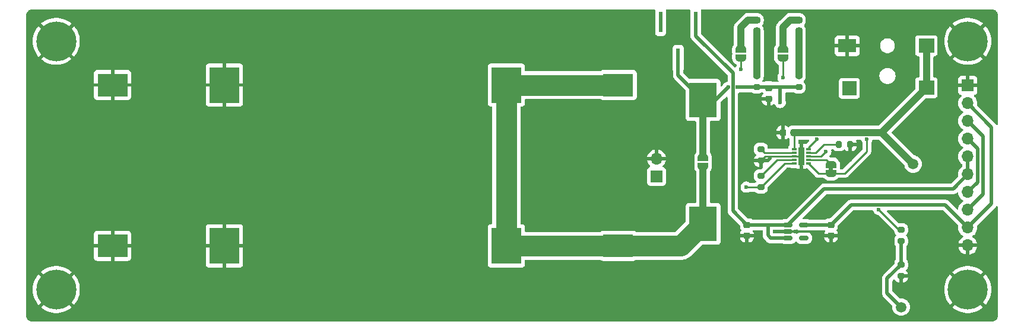
<source format=gbr>
%TF.GenerationSoftware,KiCad,Pcbnew,8.0.5*%
%TF.CreationDate,2024-12-07T16:14:34-08:00*%
%TF.ProjectId,newbatt,6e657762-6174-4742-9e6b-696361645f70,3*%
%TF.SameCoordinates,Original*%
%TF.FileFunction,Copper,L1,Top*%
%TF.FilePolarity,Positive*%
%FSLAX46Y46*%
G04 Gerber Fmt 4.6, Leading zero omitted, Abs format (unit mm)*
G04 Created by KiCad (PCBNEW 8.0.5) date 2024-12-07 16:14:34*
%MOMM*%
%LPD*%
G01*
G04 APERTURE LIST*
G04 Aperture macros list*
%AMRoundRect*
0 Rectangle with rounded corners*
0 $1 Rounding radius*
0 $2 $3 $4 $5 $6 $7 $8 $9 X,Y pos of 4 corners*
0 Add a 4 corners polygon primitive as box body*
4,1,4,$2,$3,$4,$5,$6,$7,$8,$9,$2,$3,0*
0 Add four circle primitives for the rounded corners*
1,1,$1+$1,$2,$3*
1,1,$1+$1,$4,$5*
1,1,$1+$1,$6,$7*
1,1,$1+$1,$8,$9*
0 Add four rect primitives between the rounded corners*
20,1,$1+$1,$2,$3,$4,$5,0*
20,1,$1+$1,$4,$5,$6,$7,0*
20,1,$1+$1,$6,$7,$8,$9,0*
20,1,$1+$1,$8,$9,$2,$3,0*%
%AMFreePoly0*
4,1,19,0.500000,-0.750000,0.000000,-0.750000,0.000000,-0.744911,-0.071157,-0.744911,-0.207708,-0.704816,-0.327430,-0.627875,-0.420627,-0.520320,-0.479746,-0.390866,-0.500000,-0.250000,-0.500000,0.250000,-0.479746,0.390866,-0.420627,0.520320,-0.327430,0.627875,-0.207708,0.704816,-0.071157,0.744911,0.000000,0.744911,0.000000,0.750000,0.500000,0.750000,0.500000,-0.750000,0.500000,-0.750000,
$1*%
%AMFreePoly1*
4,1,19,0.000000,0.744911,0.071157,0.744911,0.207708,0.704816,0.327430,0.627875,0.420627,0.520320,0.479746,0.390866,0.500000,0.250000,0.500000,-0.250000,0.479746,-0.390866,0.420627,-0.520320,0.327430,-0.627875,0.207708,-0.704816,0.071157,-0.744911,0.000000,-0.744911,0.000000,-0.750000,-0.500000,-0.750000,-0.500000,0.750000,0.000000,0.750000,0.000000,0.744911,0.000000,0.744911,
$1*%
G04 Aperture macros list end*
%TA.AperFunction,EtchedComponent*%
%ADD10C,0.000000*%
%TD*%
%TA.AperFunction,SMDPad,CuDef*%
%ADD11C,1.500000*%
%TD*%
%TA.AperFunction,SMDPad,CuDef*%
%ADD12FreePoly0,90.000000*%
%TD*%
%TA.AperFunction,SMDPad,CuDef*%
%ADD13FreePoly1,90.000000*%
%TD*%
%TA.AperFunction,SMDPad,CuDef*%
%ADD14R,4.000000X5.000000*%
%TD*%
%TA.AperFunction,ComponentPad*%
%ADD15C,3.600000*%
%TD*%
%TA.AperFunction,ConnectorPad*%
%ADD16C,5.700000*%
%TD*%
%TA.AperFunction,SMDPad,CuDef*%
%ADD17R,0.558800X2.971800*%
%TD*%
%TA.AperFunction,SMDPad,CuDef*%
%ADD18RoundRect,0.200000X0.275000X-0.200000X0.275000X0.200000X-0.275000X0.200000X-0.275000X-0.200000X0*%
%TD*%
%TA.AperFunction,SMDPad,CuDef*%
%ADD19R,4.300000X3.300000*%
%TD*%
%TA.AperFunction,SMDPad,CuDef*%
%ADD20R,4.300000X5.200000*%
%TD*%
%TA.AperFunction,SMDPad,CuDef*%
%ADD21RoundRect,0.150000X-0.512500X-0.150000X0.512500X-0.150000X0.512500X0.150000X-0.512500X0.150000X0*%
%TD*%
%TA.AperFunction,SMDPad,CuDef*%
%ADD22RoundRect,0.225000X-0.250000X0.225000X-0.250000X-0.225000X0.250000X-0.225000X0.250000X0.225000X0*%
%TD*%
%TA.AperFunction,SMDPad,CuDef*%
%ADD23RoundRect,0.225000X0.225000X0.250000X-0.225000X0.250000X-0.225000X-0.250000X0.225000X-0.250000X0*%
%TD*%
%TA.AperFunction,SMDPad,CuDef*%
%ADD24RoundRect,0.200000X-0.275000X0.200000X-0.275000X-0.200000X0.275000X-0.200000X0.275000X0.200000X0*%
%TD*%
%TA.AperFunction,ComponentPad*%
%ADD25R,1.700000X1.700000*%
%TD*%
%TA.AperFunction,ComponentPad*%
%ADD26O,1.700000X1.700000*%
%TD*%
%TA.AperFunction,SMDPad,CuDef*%
%ADD27RoundRect,0.218750X-0.256250X0.218750X-0.256250X-0.218750X0.256250X-0.218750X0.256250X0.218750X0*%
%TD*%
%TA.AperFunction,SMDPad,CuDef*%
%ADD28R,2.200000X2.000000*%
%TD*%
%TA.AperFunction,SMDPad,CuDef*%
%ADD29R,2.600000X1.900000*%
%TD*%
%TA.AperFunction,SMDPad,CuDef*%
%ADD30R,2.000000X2.000000*%
%TD*%
%TA.AperFunction,SMDPad,CuDef*%
%ADD31R,0.660400X0.304800*%
%TD*%
%TA.AperFunction,ComponentPad*%
%ADD32C,0.508000*%
%TD*%
%TA.AperFunction,SMDPad,CuDef*%
%ADD33R,0.939800X2.514600*%
%TD*%
%TA.AperFunction,SMDPad,CuDef*%
%ADD34RoundRect,0.200000X-0.200000X-0.275000X0.200000X-0.275000X0.200000X0.275000X-0.200000X0.275000X0*%
%TD*%
%TA.AperFunction,ViaPad*%
%ADD35C,0.600000*%
%TD*%
%TA.AperFunction,Conductor*%
%ADD36C,0.500000*%
%TD*%
%TA.AperFunction,Conductor*%
%ADD37C,0.250000*%
%TD*%
%TA.AperFunction,Conductor*%
%ADD38C,1.000000*%
%TD*%
%TA.AperFunction,Conductor*%
%ADD39C,3.000000*%
%TD*%
G04 APERTURE END LIST*
D10*
%TA.AperFunction,EtchedComponent*%
%TO.C,JP1*%
G36*
X130300000Y-38250000D02*
G01*
X129700000Y-38250000D01*
X129700000Y-37750000D01*
X130300000Y-37750000D01*
X130300000Y-38250000D01*
G37*
%TD.AperFunction*%
%TD*%
D11*
%TO.P,TP2,1,1*%
%TO.N,/VBAT{slash}2*%
X140000000Y-57750000D03*
%TD*%
D12*
%TO.P,JP8,1,A*%
%TO.N,Net-(BT1-+)*%
X111750000Y-37650000D03*
D13*
%TO.P,JP8,2,B*%
%TO.N,Net-(JP8-B)*%
X111750000Y-36350000D03*
%TD*%
D14*
%TO.P,F1,1*%
%TO.N,Net-(BT1-+)*%
X111750000Y-45850000D03*
%TO.P,F1,2*%
%TO.N,Net-(JP8-B)*%
X111750000Y-28150000D03*
%TD*%
D15*
%TO.P,H4,1,1*%
%TO.N,0*%
X149500000Y-55250000D03*
D16*
X149500000Y-55250000D03*
%TD*%
D15*
%TO.P,H1,1,1*%
%TO.N,0*%
X19500000Y-19750000D03*
D16*
X19500000Y-19750000D03*
%TD*%
D17*
%TO.P,S1,1*%
%TO.N,Net-(J2-Pin_5)*%
X110700000Y-17000000D03*
%TO.P,S1,2*%
%TO.N,Net-(JP8-B)*%
X108200000Y-22232400D03*
%TO.P,S1,3*%
%TO.N,unconnected-(S1-Pad3)*%
X105700000Y-17000000D03*
%TD*%
D18*
%TO.P,R2,1*%
%TO.N,Net-(JP8-B)*%
X125400000Y-26325000D03*
%TO.P,R2,2*%
%TO.N,Net-(D1-A)*%
X125400000Y-24675000D03*
%TD*%
D19*
%TO.P,BT2,1,+*%
%TO.N,Net-(BT1-+)*%
X99635000Y-26000000D03*
D20*
X83685000Y-26000000D03*
%TO.P,BT2,2,-*%
%TO.N,0*%
X43485000Y-26000000D03*
D19*
X27535000Y-26000000D03*
%TD*%
%TO.P,BT1,1,+*%
%TO.N,Net-(BT1-+)*%
X99635000Y-49000000D03*
D20*
X83685000Y-49000000D03*
%TO.P,BT1,2,-*%
%TO.N,0*%
X43485000Y-49000000D03*
D19*
X27535000Y-49000000D03*
%TD*%
D21*
%TO.P,U5,1,VIN*%
%TO.N,Net-(J2-Pin_5)*%
X123862500Y-46000000D03*
%TO.P,U5,2,GND*%
%TO.N,0*%
X123862500Y-46950000D03*
%TO.P,U5,3,CE*%
%TO.N,Net-(J2-Pin_5)*%
X123862500Y-47900000D03*
%TO.P,U5,4,NC*%
%TO.N,unconnected-(U5-NC-Pad4)*%
X126137500Y-47900000D03*
%TO.P,U5,5,VOUT*%
%TO.N,Net-(J2-Pin_2)*%
X126137500Y-46000000D03*
%TD*%
D12*
%TO.P,JP1,1,A*%
%TO.N,/~{PG}*%
X130000000Y-38650000D03*
D13*
%TO.P,JP1,2,B*%
%TO.N,Net-(JP1-B)*%
X130000000Y-37350000D03*
%TD*%
D15*
%TO.P,H3,1,1*%
%TO.N,0*%
X149500000Y-19750000D03*
D16*
X149500000Y-19750000D03*
%TD*%
D22*
%TO.P,C2,1*%
%TO.N,Net-(JP8-B)*%
X121100000Y-26425000D03*
%TO.P,C2,2*%
%TO.N,0*%
X121100000Y-27975000D03*
%TD*%
D23*
%TO.P,C1,1*%
%TO.N,Net-(U1-VBUS)*%
X124700000Y-32800000D03*
%TO.P,C1,2*%
%TO.N,0*%
X123150000Y-32800000D03*
%TD*%
D24*
%TO.P,R1,1*%
%TO.N,Net-(U1-ISET)*%
X120000000Y-35175000D03*
%TO.P,R1,2*%
%TO.N,0*%
X120000000Y-36825000D03*
%TD*%
D22*
%TO.P,C17,1*%
%TO.N,Net-(J2-Pin_5)*%
X118000000Y-46000000D03*
%TO.P,C17,2*%
%TO.N,0*%
X118000000Y-47550000D03*
%TD*%
D25*
%TO.P,J2,1,Pin_1*%
%TO.N,0*%
X149500000Y-26070000D03*
D26*
%TO.P,J2,2,Pin_2*%
%TO.N,Net-(J2-Pin_2)*%
X149500000Y-28610000D03*
%TO.P,J2,3,Pin_3*%
%TO.N,/~{PG}*%
X149500000Y-31150000D03*
%TO.P,J2,4,Pin_4*%
%TO.N,/~{CHG}*%
X149500000Y-33690000D03*
%TO.P,J2,5,Pin_5*%
%TO.N,Net-(J2-Pin_5)*%
X149500000Y-36230000D03*
%TO.P,J2,6,Pin_6*%
X149500000Y-38770000D03*
%TO.P,J2,7,Pin_7*%
%TO.N,/~{CHG}*%
X149500000Y-41310000D03*
%TO.P,J2,8,Pin_8*%
%TO.N,/~{PG}*%
X149500000Y-43850000D03*
%TO.P,J2,9,Pin_9*%
%TO.N,Net-(J2-Pin_2)*%
X149500000Y-46390000D03*
%TO.P,J2,10,Pin_10*%
%TO.N,0*%
X149500000Y-48930000D03*
%TD*%
D12*
%TO.P,JP3,1,A*%
%TO.N,/~{PG}*%
X117150000Y-22150000D03*
D13*
%TO.P,JP3,2,B*%
%TO.N,Net-(D2-K)*%
X117150000Y-20850000D03*
%TD*%
D11*
%TO.P,TP1,1,1*%
%TO.N,Net-(U1-VBUS)*%
X141700000Y-37300000D03*
%TD*%
D27*
%TO.P,D2,1,K*%
%TO.N,Net-(D2-K)*%
X119400000Y-16712500D03*
%TO.P,D2,2,A*%
%TO.N,Net-(D2-A)*%
X119400000Y-18287500D03*
%TD*%
D24*
%TO.P,RT1,1*%
%TO.N,Net-(U1-VTSB)*%
X120000000Y-38975000D03*
%TO.P,RT1,2*%
%TO.N,Net-(U1-TS)*%
X120000000Y-40625000D03*
%TD*%
D28*
%TO.P,J1,1*%
%TO.N,Net-(U1-VBUS)*%
X143600000Y-26400000D03*
X143600000Y-20400000D03*
D29*
%TO.P,J1,2*%
%TO.N,0*%
X132300000Y-20400000D03*
D30*
%TO.P,J1,3*%
%TO.N,unconnected-(J1-Pad3)*%
X132600000Y-26500000D03*
%TD*%
D31*
%TO.P,U1,1,VBUS*%
%TO.N,Net-(U1-VBUS)*%
X124721300Y-35212599D03*
%TO.P,U1,2,ISET*%
%TO.N,Net-(U1-ISET)*%
X124721300Y-35712601D03*
%TO.P,U1,3,VSS*%
%TO.N,0*%
X124721300Y-36212600D03*
%TO.P,U1,4,VTSB*%
%TO.N,Net-(U1-VTSB)*%
X124721300Y-36712599D03*
%TO.P,U1,5,TS*%
%TO.N,Net-(U1-TS)*%
X124721300Y-37212601D03*
%TO.P,U1,6,~{PG}*%
%TO.N,/~{PG}*%
X126778700Y-37212601D03*
%TO.P,U1,7,~{EN}*%
%TO.N,Net-(JP1-B)*%
X126778700Y-36712599D03*
%TO.P,U1,8,~{CHG}*%
%TO.N,/~{CHG}*%
X126778700Y-36212600D03*
%TO.P,U1,9,VDPM*%
%TO.N,Net-(U1-VDPM)*%
X126778700Y-35712601D03*
%TO.P,U1,10,BAT*%
%TO.N,Net-(JP8-B)*%
X126778700Y-35212599D03*
D32*
%TO.P,U1,11,EPAD*%
%TO.N,0*%
X125750000Y-35425200D03*
X125750000Y-36212600D03*
D33*
X125750000Y-36212600D03*
D32*
X125750000Y-37000000D03*
%TD*%
D18*
%TO.P,R3,1*%
%TO.N,Net-(JP8-B)*%
X119400000Y-26325000D03*
%TO.P,R3,2*%
%TO.N,Net-(D2-A)*%
X119400000Y-24675000D03*
%TD*%
D12*
%TO.P,JP2,1,A*%
%TO.N,/~{CHG}*%
X123150000Y-22150000D03*
D13*
%TO.P,JP2,2,B*%
%TO.N,Net-(D1-K)*%
X123150000Y-20850000D03*
%TD*%
D27*
%TO.P,D1,1,K*%
%TO.N,Net-(D1-K)*%
X125400000Y-16712500D03*
%TO.P,D1,2,A*%
%TO.N,Net-(D1-A)*%
X125400000Y-18287500D03*
%TD*%
D25*
%TO.P,TH1,1*%
%TO.N,Net-(U1-TS)*%
X105100000Y-39075000D03*
D26*
%TO.P,TH1,2*%
%TO.N,0*%
X105100000Y-36535000D03*
%TD*%
D24*
%TO.P,R4,1*%
%TO.N,Net-(JP8-B)*%
X140000000Y-46675000D03*
%TO.P,R4,2*%
%TO.N,/VBAT{slash}2*%
X140000000Y-48325000D03*
%TD*%
%TO.P,R5,1*%
%TO.N,/VBAT{slash}2*%
X140000000Y-51675000D03*
%TO.P,R5,2*%
%TO.N,0*%
X140000000Y-53325000D03*
%TD*%
D34*
%TO.P,R15,1*%
%TO.N,Net-(U1-VDPM)*%
X131075000Y-34500000D03*
%TO.P,R15,2*%
%TO.N,0*%
X132725000Y-34500000D03*
%TD*%
D15*
%TO.P,H2,1,1*%
%TO.N,0*%
X19500000Y-55250000D03*
D16*
X19500000Y-55250000D03*
%TD*%
D22*
%TO.P,C18,1*%
%TO.N,Net-(J2-Pin_2)*%
X130000000Y-46000000D03*
%TO.P,C18,2*%
%TO.N,0*%
X130000000Y-47550000D03*
%TD*%
D35*
%TO.N,0*%
X139500000Y-42000000D03*
X134500000Y-38000000D03*
X129500000Y-44000000D03*
X122000000Y-46950000D03*
X124100000Y-40600000D03*
X118200000Y-37900000D03*
X139500000Y-44500000D03*
X133500000Y-44500000D03*
X132300000Y-20400000D03*
X132700000Y-36700000D03*
%TO.N,/~{PG}*%
X117150000Y-23750000D03*
X135100000Y-33750000D03*
%TO.N,/~{CHG}*%
X129250000Y-35500000D03*
X123150000Y-24900000D03*
%TO.N,Net-(U1-TS)*%
X117900000Y-40600000D03*
%TO.N,Net-(JP8-B)*%
X122750000Y-28500000D03*
X116650000Y-26325000D03*
X128000000Y-33750000D03*
X136803769Y-43796231D03*
X115350000Y-26325000D03*
%TD*%
D36*
%TO.N,0*%
X122000000Y-46950000D02*
X123862500Y-46950000D01*
D37*
X120612400Y-36212600D02*
X120000000Y-36825000D01*
X124721300Y-36212600D02*
X120612400Y-36212600D01*
X124721300Y-36212600D02*
X125750000Y-36212600D01*
%TO.N,Net-(U1-VBUS)*%
X124721300Y-35212599D02*
X124721300Y-32821300D01*
D38*
X141700000Y-37300000D02*
X137200000Y-32800000D01*
X143600000Y-26400000D02*
X143600000Y-20400000D01*
X124700000Y-32800000D02*
X137200000Y-32800000D01*
X137200000Y-32800000D02*
X143600000Y-26400000D01*
D36*
%TO.N,/VBAT{slash}2*%
X140000000Y-51675000D02*
X138000000Y-53675000D01*
X138000000Y-55750000D02*
X140000000Y-57750000D01*
X140000000Y-48325000D02*
X140000000Y-51675000D01*
X138000000Y-53675000D02*
X138000000Y-55750000D01*
D37*
%TO.N,/~{PG}*%
X117150000Y-22150000D02*
X117150000Y-23750000D01*
X131950000Y-38650000D02*
X130000000Y-38650000D01*
D36*
X149500000Y-31150000D02*
X151700000Y-33350000D01*
D37*
X135100000Y-35500000D02*
X131950000Y-38650000D01*
X128216099Y-38650000D02*
X130000000Y-38650000D01*
X135100000Y-33750000D02*
X135100000Y-35500000D01*
X126778700Y-37212601D02*
X128216099Y-38650000D01*
D36*
X151700000Y-33350000D02*
X151700000Y-41650000D01*
X151700000Y-41650000D02*
X149500000Y-43850000D01*
%TO.N,Net-(J2-Pin_2)*%
X126137500Y-46000000D02*
X130000000Y-46000000D01*
X146256231Y-43146231D02*
X149500000Y-46390000D01*
X152900000Y-32010000D02*
X152900000Y-42990000D01*
X152900000Y-42990000D02*
X149500000Y-46390000D01*
X132853769Y-43146231D02*
X146256231Y-43146231D01*
X149500000Y-28610000D02*
X152900000Y-32010000D01*
X130000000Y-46000000D02*
X132853769Y-43146231D01*
%TO.N,/~{CHG}*%
X150900000Y-39910000D02*
X149500000Y-41310000D01*
D37*
X129250000Y-35500000D02*
X128537400Y-36212600D01*
X128537400Y-36212600D02*
X126778700Y-36212600D01*
D36*
X150900000Y-35090000D02*
X150900000Y-39910000D01*
X149500000Y-33690000D02*
X150900000Y-35090000D01*
D37*
X123150000Y-22150000D02*
X123150000Y-24900000D01*
D38*
%TO.N,Net-(D1-A)*%
X125400000Y-18287500D02*
X125400000Y-24675000D01*
%TO.N,Net-(D1-K)*%
X124187500Y-16712500D02*
X123150000Y-17750000D01*
X125400000Y-16712500D02*
X124187500Y-16712500D01*
X123150000Y-17750000D02*
X123150000Y-20850000D01*
%TO.N,Net-(D2-A)*%
X119400000Y-18287500D02*
X119400000Y-24675000D01*
%TO.N,Net-(D2-K)*%
X118187500Y-16712500D02*
X117150000Y-17750000D01*
X117150000Y-17750000D02*
X117150000Y-20850000D01*
X119400000Y-16712500D02*
X118187500Y-16712500D01*
D37*
%TO.N,Net-(JP1-B)*%
X129362599Y-36712599D02*
X130000000Y-37350000D01*
X126778700Y-36712599D02*
X129362599Y-36712599D01*
%TO.N,Net-(U1-ISET)*%
X120537601Y-35712601D02*
X120000000Y-35175000D01*
X124721300Y-35712601D02*
X120537601Y-35712601D01*
%TO.N,Net-(U1-VDPM)*%
X128975000Y-34525000D02*
X131000000Y-34525000D01*
X127787399Y-35712601D02*
X128975000Y-34525000D01*
X126778700Y-35712601D02*
X127787399Y-35712601D01*
%TO.N,Net-(U1-TS)*%
X117925000Y-40625000D02*
X120000000Y-40625000D01*
X117900000Y-40600000D02*
X117925000Y-40625000D01*
X123412399Y-37212601D02*
X120000000Y-40625000D01*
X124721300Y-37212601D02*
X123412399Y-37212601D01*
%TO.N,Net-(U1-VTSB)*%
X122262401Y-36712599D02*
X120000000Y-38975000D01*
X124721300Y-36712599D02*
X122262401Y-36712599D01*
%TO.N,Net-(JP8-B)*%
X136803769Y-43796231D02*
X136803769Y-43796233D01*
D38*
X111750000Y-36350000D02*
X111750000Y-28150000D01*
D37*
X126778700Y-34971300D02*
X126778700Y-35212599D01*
X128000000Y-33750000D02*
X126778700Y-34971300D01*
D36*
X108200000Y-22232400D02*
X108200000Y-24600000D01*
X111750000Y-28150000D02*
X113525000Y-28150000D01*
D37*
X136803769Y-43796233D02*
X139682536Y-46675000D01*
D36*
X119400000Y-26325000D02*
X116650000Y-26325000D01*
D37*
X139682536Y-46675000D02*
X140000000Y-46675000D01*
D36*
X113525000Y-28150000D02*
X115350000Y-26325000D01*
X108200000Y-24600000D02*
X111750000Y-28150000D01*
X122750000Y-28500000D02*
X122750000Y-26325000D01*
X125400000Y-26325000D02*
X119400000Y-26325000D01*
D39*
%TO.N,Net-(BT1-+)*%
X83685000Y-49000000D02*
X108600000Y-49000000D01*
X99635000Y-26000000D02*
X83685000Y-26000000D01*
D38*
X111750000Y-37650000D02*
X111750000Y-45850000D01*
D39*
X108600000Y-49000000D02*
X111750000Y-45850000D01*
X83685000Y-26000000D02*
X83685000Y-49000000D01*
D36*
%TO.N,Net-(J2-Pin_5)*%
X121400000Y-47900000D02*
X121000000Y-47500000D01*
X129012500Y-40850000D02*
X147420000Y-40850000D01*
X123862500Y-46000000D02*
X121000000Y-46000000D01*
X121000000Y-46000000D02*
X118000000Y-46000000D01*
X147420000Y-40850000D02*
X149500000Y-38770000D01*
X121000000Y-47500000D02*
X121000000Y-46000000D01*
X149500000Y-36230000D02*
X149500000Y-38770000D01*
X123862500Y-47900000D02*
X121400000Y-47900000D01*
X116000000Y-44000000D02*
X118000000Y-46000000D01*
X110700000Y-17000000D02*
X110700000Y-18985900D01*
X116000000Y-24285900D02*
X116000000Y-44000000D01*
X110700000Y-18985900D02*
X116000000Y-24285900D01*
X123862500Y-46000000D02*
X129012500Y-40850000D01*
%TD*%
%TA.AperFunction,Conductor*%
%TO.N,0*%
G36*
X104891831Y-15220185D02*
G01*
X104937586Y-15272989D01*
X104947530Y-15342147D01*
X104940974Y-15367832D01*
X104926509Y-15406614D01*
X104926508Y-15406616D01*
X104922478Y-15444108D01*
X104920101Y-15466223D01*
X104920100Y-15466235D01*
X104920100Y-18533770D01*
X104920101Y-18533776D01*
X104926508Y-18593383D01*
X104976802Y-18728228D01*
X104976806Y-18728235D01*
X105063052Y-18843444D01*
X105063055Y-18843447D01*
X105178264Y-18929693D01*
X105178271Y-18929697D01*
X105223218Y-18946461D01*
X105313117Y-18979991D01*
X105372727Y-18986400D01*
X106027272Y-18986399D01*
X106086883Y-18979991D01*
X106221731Y-18929696D01*
X106336946Y-18843446D01*
X106423196Y-18728231D01*
X106473491Y-18593383D01*
X106479900Y-18533773D01*
X106479899Y-15466228D01*
X106473491Y-15406617D01*
X106460133Y-15370801D01*
X106459026Y-15367832D01*
X106454042Y-15298141D01*
X106487528Y-15236818D01*
X106548851Y-15203334D01*
X106575208Y-15200500D01*
X109824792Y-15200500D01*
X109891831Y-15220185D01*
X109937586Y-15272989D01*
X109947530Y-15342147D01*
X109940974Y-15367832D01*
X109926509Y-15406614D01*
X109926508Y-15406616D01*
X109922478Y-15444108D01*
X109920101Y-15466223D01*
X109920100Y-15466235D01*
X109920100Y-18533770D01*
X109920101Y-18533776D01*
X109926508Y-18593383D01*
X109941682Y-18634064D01*
X109949500Y-18677397D01*
X109949500Y-19059818D01*
X109949500Y-19059820D01*
X109949499Y-19059820D01*
X109978340Y-19204807D01*
X109978342Y-19204813D01*
X110034916Y-19341394D01*
X110034918Y-19341398D01*
X110040328Y-19349494D01*
X110040330Y-19349501D01*
X110040332Y-19349500D01*
X110067304Y-19389868D01*
X110117051Y-19464320D01*
X110117052Y-19464321D01*
X115213181Y-24560449D01*
X115246666Y-24621772D01*
X115249500Y-24648130D01*
X115249500Y-25424092D01*
X115229815Y-25491131D01*
X115177011Y-25536886D01*
X115166463Y-25541130D01*
X115110093Y-25560854D01*
X115000478Y-25599210D01*
X114847737Y-25695184D01*
X114720184Y-25822737D01*
X114624211Y-25975478D01*
X114621188Y-25981756D01*
X114619362Y-25980876D01*
X114596694Y-26016937D01*
X114462178Y-26151452D01*
X114400858Y-26184936D01*
X114331166Y-26179952D01*
X114275232Y-26138081D01*
X114250815Y-26072617D01*
X114250499Y-26063770D01*
X114250499Y-25602129D01*
X114250498Y-25602123D01*
X114246994Y-25569528D01*
X114244091Y-25542517D01*
X114243575Y-25541134D01*
X114193797Y-25407671D01*
X114193793Y-25407664D01*
X114107547Y-25292455D01*
X114107544Y-25292452D01*
X113992335Y-25206206D01*
X113992328Y-25206202D01*
X113857482Y-25155908D01*
X113857483Y-25155908D01*
X113797883Y-25149501D01*
X113797881Y-25149500D01*
X113797873Y-25149500D01*
X113797865Y-25149500D01*
X109862230Y-25149500D01*
X109795191Y-25129815D01*
X109774549Y-25113181D01*
X108986819Y-24325451D01*
X108953334Y-24264128D01*
X108950500Y-24237770D01*
X108950500Y-23909797D01*
X108958318Y-23866464D01*
X108973491Y-23825782D01*
X108973850Y-23822441D01*
X108979900Y-23766173D01*
X108979899Y-20698628D01*
X108973491Y-20639017D01*
X108972252Y-20635696D01*
X108923197Y-20504171D01*
X108923193Y-20504164D01*
X108836947Y-20388955D01*
X108836944Y-20388952D01*
X108721735Y-20302706D01*
X108721728Y-20302702D01*
X108586886Y-20252410D01*
X108586885Y-20252409D01*
X108586883Y-20252409D01*
X108527273Y-20246000D01*
X108527263Y-20246000D01*
X107872729Y-20246000D01*
X107872723Y-20246001D01*
X107813116Y-20252408D01*
X107678271Y-20302702D01*
X107678264Y-20302706D01*
X107563055Y-20388952D01*
X107563052Y-20388955D01*
X107476806Y-20504164D01*
X107476802Y-20504171D01*
X107426508Y-20639017D01*
X107420101Y-20698616D01*
X107420101Y-20698623D01*
X107420100Y-20698635D01*
X107420100Y-23766170D01*
X107420101Y-23766176D01*
X107426508Y-23825783D01*
X107441682Y-23866464D01*
X107449500Y-23909797D01*
X107449500Y-24673918D01*
X107449500Y-24673920D01*
X107449499Y-24673920D01*
X107478340Y-24818907D01*
X107478343Y-24818917D01*
X107534914Y-24955493D01*
X107544211Y-24969406D01*
X107544212Y-24969409D01*
X107617046Y-25078414D01*
X107617052Y-25078421D01*
X109213181Y-26674548D01*
X109246666Y-26735871D01*
X109249500Y-26762229D01*
X109249500Y-30697870D01*
X109249501Y-30697876D01*
X109255908Y-30757483D01*
X109306202Y-30892328D01*
X109306206Y-30892335D01*
X109392452Y-31007544D01*
X109392455Y-31007547D01*
X109507664Y-31093793D01*
X109507671Y-31093797D01*
X109642517Y-31144091D01*
X109642516Y-31144091D01*
X109649444Y-31144835D01*
X109702127Y-31150500D01*
X110625500Y-31150499D01*
X110692539Y-31170183D01*
X110738294Y-31222987D01*
X110749500Y-31274499D01*
X110749500Y-35634436D01*
X110729815Y-35701475D01*
X110719215Y-35715637D01*
X110692987Y-35745906D01*
X110692982Y-35745912D01*
X110615255Y-35866857D01*
X110615252Y-35866863D01*
X110555483Y-35997741D01*
X110514977Y-36135691D01*
X110514974Y-36135703D01*
X110494500Y-36278110D01*
X110494500Y-36850002D01*
X110499644Y-36921939D01*
X110510603Y-36959262D01*
X110514363Y-37011841D01*
X110494500Y-37149998D01*
X110494500Y-37721889D01*
X110514974Y-37864296D01*
X110514977Y-37864308D01*
X110517946Y-37874420D01*
X110555483Y-38002259D01*
X110564346Y-38021666D01*
X110615252Y-38133136D01*
X110615253Y-38133138D01*
X110689376Y-38248476D01*
X110690194Y-38249913D01*
X110692987Y-38254095D01*
X110719212Y-38284360D01*
X110748238Y-38347914D01*
X110749500Y-38365563D01*
X110749500Y-42725500D01*
X110729815Y-42792539D01*
X110677011Y-42838294D01*
X110625500Y-42849500D01*
X109702129Y-42849500D01*
X109702123Y-42849501D01*
X109642516Y-42855908D01*
X109507671Y-42906202D01*
X109507664Y-42906206D01*
X109392455Y-42992452D01*
X109392452Y-42992455D01*
X109306206Y-43107664D01*
X109306202Y-43107671D01*
X109255908Y-43242517D01*
X109252071Y-43278211D01*
X109249501Y-43302123D01*
X109249500Y-43302135D01*
X109249500Y-45470003D01*
X109229815Y-45537042D01*
X109213181Y-45557684D01*
X107807685Y-46963181D01*
X107746362Y-46996666D01*
X107720004Y-46999500D01*
X102193231Y-46999500D01*
X102126192Y-46979815D01*
X102118920Y-46974767D01*
X102027331Y-46906204D01*
X102027328Y-46906202D01*
X101892482Y-46855908D01*
X101892483Y-46855908D01*
X101832883Y-46849501D01*
X101832881Y-46849500D01*
X101832873Y-46849500D01*
X101832864Y-46849500D01*
X97437129Y-46849500D01*
X97437123Y-46849501D01*
X97377516Y-46855908D01*
X97242671Y-46906202D01*
X97242668Y-46906204D01*
X97151080Y-46974767D01*
X97085615Y-46999184D01*
X97076769Y-46999500D01*
X86459499Y-46999500D01*
X86392460Y-46979815D01*
X86346705Y-46927011D01*
X86335499Y-46875500D01*
X86335499Y-46352129D01*
X86335498Y-46352123D01*
X86335497Y-46352116D01*
X86329091Y-46292517D01*
X86321940Y-46273345D01*
X86278797Y-46157671D01*
X86278793Y-46157664D01*
X86192547Y-46042455D01*
X86192544Y-46042452D01*
X86077335Y-45956206D01*
X86077328Y-45956202D01*
X85942482Y-45905908D01*
X85942483Y-45905908D01*
X85882883Y-45899501D01*
X85882881Y-45899500D01*
X85882873Y-45899500D01*
X85882865Y-45899500D01*
X85809500Y-45899500D01*
X85742461Y-45879815D01*
X85696706Y-45827011D01*
X85685500Y-45775500D01*
X85685500Y-38177135D01*
X103749500Y-38177135D01*
X103749500Y-39972870D01*
X103749501Y-39972876D01*
X103755908Y-40032483D01*
X103806202Y-40167328D01*
X103806206Y-40167335D01*
X103892452Y-40282544D01*
X103892455Y-40282547D01*
X104007664Y-40368793D01*
X104007671Y-40368797D01*
X104142517Y-40419091D01*
X104142516Y-40419091D01*
X104149444Y-40419835D01*
X104202127Y-40425500D01*
X105997872Y-40425499D01*
X106057483Y-40419091D01*
X106192331Y-40368796D01*
X106307546Y-40282546D01*
X106393796Y-40167331D01*
X106444091Y-40032483D01*
X106450500Y-39972873D01*
X106450499Y-38177128D01*
X106444091Y-38117517D01*
X106397431Y-37992416D01*
X106393797Y-37982671D01*
X106393793Y-37982664D01*
X106307547Y-37867455D01*
X106307544Y-37867452D01*
X106192335Y-37781206D01*
X106192328Y-37781202D01*
X106060401Y-37731997D01*
X106004467Y-37690126D01*
X105980050Y-37624662D01*
X105994902Y-37556389D01*
X106016053Y-37528133D01*
X106138108Y-37406078D01*
X106273600Y-37212578D01*
X106373429Y-36998492D01*
X106373432Y-36998486D01*
X106430636Y-36785000D01*
X105533012Y-36785000D01*
X105565925Y-36727993D01*
X105600000Y-36600826D01*
X105600000Y-36469174D01*
X105565925Y-36342007D01*
X105533012Y-36285000D01*
X106430636Y-36285000D01*
X106430635Y-36284999D01*
X106373432Y-36071513D01*
X106373429Y-36071507D01*
X106273600Y-35857422D01*
X106273599Y-35857420D01*
X106138113Y-35663926D01*
X106138108Y-35663920D01*
X105971082Y-35496894D01*
X105777578Y-35361399D01*
X105563492Y-35261570D01*
X105563486Y-35261567D01*
X105350000Y-35204364D01*
X105350000Y-36101988D01*
X105292993Y-36069075D01*
X105165826Y-36035000D01*
X105034174Y-36035000D01*
X104907007Y-36069075D01*
X104850000Y-36101988D01*
X104850000Y-35204364D01*
X104849999Y-35204364D01*
X104636513Y-35261567D01*
X104636507Y-35261570D01*
X104422422Y-35361399D01*
X104422420Y-35361400D01*
X104228926Y-35496886D01*
X104228920Y-35496891D01*
X104061891Y-35663920D01*
X104061886Y-35663926D01*
X103926400Y-35857420D01*
X103926399Y-35857422D01*
X103826570Y-36071507D01*
X103826567Y-36071513D01*
X103769364Y-36284999D01*
X103769364Y-36285000D01*
X104666988Y-36285000D01*
X104634075Y-36342007D01*
X104600000Y-36469174D01*
X104600000Y-36600826D01*
X104634075Y-36727993D01*
X104666988Y-36785000D01*
X103769364Y-36785000D01*
X103826567Y-36998486D01*
X103826570Y-36998492D01*
X103926399Y-37212578D01*
X104061894Y-37406082D01*
X104183946Y-37528134D01*
X104217431Y-37589457D01*
X104212447Y-37659149D01*
X104170575Y-37715082D01*
X104139598Y-37731997D01*
X104007671Y-37781202D01*
X104007664Y-37781206D01*
X103892455Y-37867452D01*
X103892452Y-37867455D01*
X103806206Y-37982664D01*
X103806202Y-37982671D01*
X103755908Y-38117517D01*
X103749501Y-38177116D01*
X103749501Y-38177123D01*
X103749500Y-38177135D01*
X85685500Y-38177135D01*
X85685500Y-29224499D01*
X85705185Y-29157460D01*
X85757989Y-29111705D01*
X85809500Y-29100499D01*
X85882871Y-29100499D01*
X85882872Y-29100499D01*
X85942483Y-29094091D01*
X86077331Y-29043796D01*
X86192546Y-28957546D01*
X86278796Y-28842331D01*
X86329091Y-28707483D01*
X86335500Y-28647873D01*
X86335500Y-28124500D01*
X86355185Y-28057461D01*
X86407989Y-28011706D01*
X86459500Y-28000500D01*
X97076769Y-28000500D01*
X97143808Y-28020185D01*
X97151080Y-28025233D01*
X97194132Y-28057461D01*
X97242073Y-28093350D01*
X97242668Y-28093795D01*
X97242671Y-28093797D01*
X97377517Y-28144091D01*
X97377516Y-28144091D01*
X97384444Y-28144835D01*
X97437127Y-28150500D01*
X101832872Y-28150499D01*
X101892483Y-28144091D01*
X102027331Y-28093796D01*
X102142546Y-28007546D01*
X102228796Y-27892331D01*
X102279091Y-27757483D01*
X102285500Y-27697873D01*
X102285499Y-24302128D01*
X102279091Y-24242517D01*
X102277320Y-24237770D01*
X102228797Y-24107671D01*
X102228793Y-24107664D01*
X102142547Y-23992455D01*
X102142544Y-23992452D01*
X102027335Y-23906206D01*
X102027328Y-23906202D01*
X101892482Y-23855908D01*
X101892483Y-23855908D01*
X101832883Y-23849501D01*
X101832881Y-23849500D01*
X101832873Y-23849500D01*
X101832864Y-23849500D01*
X97437129Y-23849500D01*
X97437123Y-23849501D01*
X97377516Y-23855908D01*
X97242671Y-23906202D01*
X97242668Y-23906204D01*
X97151080Y-23974767D01*
X97085615Y-23999184D01*
X97076769Y-23999500D01*
X86459499Y-23999500D01*
X86392460Y-23979815D01*
X86346705Y-23927011D01*
X86335499Y-23875500D01*
X86335499Y-23352129D01*
X86335498Y-23352123D01*
X86335497Y-23352116D01*
X86329091Y-23292517D01*
X86321109Y-23271117D01*
X86278797Y-23157671D01*
X86278793Y-23157664D01*
X86192547Y-23042455D01*
X86192544Y-23042452D01*
X86077335Y-22956206D01*
X86077328Y-22956202D01*
X85942482Y-22905908D01*
X85942483Y-22905908D01*
X85882883Y-22899501D01*
X85882881Y-22899500D01*
X85882873Y-22899500D01*
X85882864Y-22899500D01*
X81487129Y-22899500D01*
X81487123Y-22899501D01*
X81427516Y-22905908D01*
X81292671Y-22956202D01*
X81292664Y-22956206D01*
X81177455Y-23042452D01*
X81177452Y-23042455D01*
X81091206Y-23157664D01*
X81091202Y-23157671D01*
X81040908Y-23292517D01*
X81034501Y-23352116D01*
X81034501Y-23352123D01*
X81034500Y-23352135D01*
X81034500Y-28647870D01*
X81034501Y-28647876D01*
X81040908Y-28707483D01*
X81091202Y-28842328D01*
X81091206Y-28842335D01*
X81177452Y-28957544D01*
X81177455Y-28957547D01*
X81292664Y-29043793D01*
X81292671Y-29043797D01*
X81337618Y-29060561D01*
X81427517Y-29094091D01*
X81487127Y-29100500D01*
X81560500Y-29100499D01*
X81627538Y-29120183D01*
X81673294Y-29172986D01*
X81684500Y-29224499D01*
X81684500Y-45775500D01*
X81664815Y-45842539D01*
X81612011Y-45888294D01*
X81560502Y-45899500D01*
X81487130Y-45899500D01*
X81487123Y-45899501D01*
X81427516Y-45905908D01*
X81292671Y-45956202D01*
X81292664Y-45956206D01*
X81177455Y-46042452D01*
X81177452Y-46042455D01*
X81091206Y-46157664D01*
X81091202Y-46157671D01*
X81040908Y-46292517D01*
X81036841Y-46330351D01*
X81034501Y-46352123D01*
X81034500Y-46352135D01*
X81034500Y-51647870D01*
X81034501Y-51647876D01*
X81040908Y-51707483D01*
X81091202Y-51842328D01*
X81091206Y-51842335D01*
X81177452Y-51957544D01*
X81177455Y-51957547D01*
X81292664Y-52043793D01*
X81292671Y-52043797D01*
X81427517Y-52094091D01*
X81427516Y-52094091D01*
X81434444Y-52094835D01*
X81487127Y-52100500D01*
X85882872Y-52100499D01*
X85942483Y-52094091D01*
X86077331Y-52043796D01*
X86192546Y-51957546D01*
X86278796Y-51842331D01*
X86329091Y-51707483D01*
X86335500Y-51647873D01*
X86335500Y-51124500D01*
X86355185Y-51057461D01*
X86407989Y-51011706D01*
X86459500Y-51000500D01*
X97076769Y-51000500D01*
X97143808Y-51020185D01*
X97151080Y-51025233D01*
X97194132Y-51057461D01*
X97242073Y-51093350D01*
X97242668Y-51093795D01*
X97242671Y-51093797D01*
X97377517Y-51144091D01*
X97377516Y-51144091D01*
X97384444Y-51144835D01*
X97437127Y-51150500D01*
X101832872Y-51150499D01*
X101892483Y-51144091D01*
X102027331Y-51093796D01*
X102085819Y-51050011D01*
X102118920Y-51025233D01*
X102184385Y-51000816D01*
X102193231Y-51000500D01*
X108731113Y-51000500D01*
X108731120Y-51000500D01*
X108861118Y-50983385D01*
X108991116Y-50966271D01*
X109244419Y-50898398D01*
X109486697Y-50798043D01*
X109660197Y-50697873D01*
X109660199Y-50697871D01*
X109660201Y-50697871D01*
X109713788Y-50666933D01*
X109713791Y-50666930D01*
X109713803Y-50666924D01*
X109804131Y-50597611D01*
X109921851Y-50507283D01*
X111542315Y-48886817D01*
X111603638Y-48853333D01*
X111629996Y-48850499D01*
X113797871Y-48850499D01*
X113797872Y-48850499D01*
X113857483Y-48844091D01*
X113992331Y-48793796D01*
X114107546Y-48707546D01*
X114193796Y-48592331D01*
X114244091Y-48457483D01*
X114250500Y-48397873D01*
X114250500Y-47823322D01*
X117025001Y-47823322D01*
X117035144Y-47922607D01*
X117088452Y-48083481D01*
X117088457Y-48083492D01*
X117177424Y-48227728D01*
X117177427Y-48227732D01*
X117297267Y-48347572D01*
X117297271Y-48347575D01*
X117441507Y-48436542D01*
X117441518Y-48436547D01*
X117602393Y-48489855D01*
X117701683Y-48499999D01*
X118250000Y-48499999D01*
X118298308Y-48499999D01*
X118298322Y-48499998D01*
X118397607Y-48489855D01*
X118558481Y-48436547D01*
X118558492Y-48436542D01*
X118702728Y-48347575D01*
X118702732Y-48347572D01*
X118822572Y-48227732D01*
X118822575Y-48227728D01*
X118911542Y-48083492D01*
X118911547Y-48083481D01*
X118964855Y-47922606D01*
X118974999Y-47823322D01*
X118975000Y-47823309D01*
X118975000Y-47800000D01*
X118250000Y-47800000D01*
X118250000Y-48499999D01*
X117701683Y-48499999D01*
X117749999Y-48499998D01*
X117750000Y-48499998D01*
X117750000Y-47800000D01*
X117025001Y-47800000D01*
X117025001Y-47823322D01*
X114250500Y-47823322D01*
X114250499Y-43302128D01*
X114244091Y-43242517D01*
X114193796Y-43107669D01*
X114193795Y-43107668D01*
X114193793Y-43107664D01*
X114107547Y-42992455D01*
X114107544Y-42992452D01*
X113992335Y-42906206D01*
X113992328Y-42906202D01*
X113857482Y-42855908D01*
X113857483Y-42855908D01*
X113797883Y-42849501D01*
X113797881Y-42849500D01*
X113797873Y-42849500D01*
X113797865Y-42849500D01*
X112874500Y-42849500D01*
X112807461Y-42829815D01*
X112761706Y-42777011D01*
X112750500Y-42725500D01*
X112750500Y-38365562D01*
X112770185Y-38298523D01*
X112780788Y-38284359D01*
X112807009Y-38254098D01*
X112807009Y-38254097D01*
X112807015Y-38254091D01*
X112884747Y-38133137D01*
X112944517Y-38002259D01*
X112985024Y-37864304D01*
X113005500Y-37721889D01*
X113005500Y-37150000D01*
X113000784Y-37084062D01*
X113000355Y-37078059D01*
X112989397Y-37040741D01*
X112985636Y-36988158D01*
X112987405Y-36975854D01*
X113005500Y-36850000D01*
X113005500Y-36278111D01*
X112985024Y-36135696D01*
X112944517Y-35997741D01*
X112884747Y-35866863D01*
X112878678Y-35857420D01*
X112810623Y-35751523D01*
X112809802Y-35750081D01*
X112807014Y-35745906D01*
X112780786Y-35715637D01*
X112751762Y-35652081D01*
X112750500Y-35634435D01*
X112750500Y-31274499D01*
X112770185Y-31207460D01*
X112822989Y-31161705D01*
X112874500Y-31150499D01*
X113797871Y-31150499D01*
X113797872Y-31150499D01*
X113857483Y-31144091D01*
X113992331Y-31093796D01*
X114107546Y-31007546D01*
X114193796Y-30892331D01*
X114244091Y-30757483D01*
X114250500Y-30697873D01*
X114250499Y-28537229D01*
X114270184Y-28470191D01*
X114286818Y-28449549D01*
X114742276Y-27994091D01*
X115037820Y-27698547D01*
X115099142Y-27665063D01*
X115168834Y-27670047D01*
X115224767Y-27711919D01*
X115249184Y-27777383D01*
X115249500Y-27786229D01*
X115249500Y-44073918D01*
X115249500Y-44073920D01*
X115249499Y-44073920D01*
X115278340Y-44218907D01*
X115278343Y-44218917D01*
X115334913Y-44355490D01*
X115334914Y-44355492D01*
X115363114Y-44397696D01*
X115363115Y-44397698D01*
X115417043Y-44478410D01*
X115417047Y-44478415D01*
X116988181Y-46049548D01*
X117021666Y-46110871D01*
X117024500Y-46137228D01*
X117024500Y-46273336D01*
X117024501Y-46273355D01*
X117034650Y-46372707D01*
X117034651Y-46372710D01*
X117087996Y-46533694D01*
X117088001Y-46533705D01*
X117177029Y-46678040D01*
X117177032Y-46678044D01*
X117186660Y-46687672D01*
X117220145Y-46748995D01*
X117215161Y-46818687D01*
X117186663Y-46863031D01*
X117177428Y-46872265D01*
X117177424Y-46872271D01*
X117088457Y-47016507D01*
X117088452Y-47016518D01*
X117035144Y-47177393D01*
X117025000Y-47276677D01*
X117025000Y-47300000D01*
X118974999Y-47300000D01*
X118974999Y-47276692D01*
X118974998Y-47276677D01*
X118964855Y-47177392D01*
X118911547Y-47016518D01*
X118911542Y-47016507D01*
X118864103Y-46939597D01*
X118845662Y-46872205D01*
X118866584Y-46805541D01*
X118920226Y-46760772D01*
X118969641Y-46750500D01*
X120125500Y-46750500D01*
X120192539Y-46770185D01*
X120238294Y-46822989D01*
X120249500Y-46874500D01*
X120249500Y-47573918D01*
X120249500Y-47573920D01*
X120249499Y-47573920D01*
X120278340Y-47718907D01*
X120278343Y-47718917D01*
X120334914Y-47855492D01*
X120355430Y-47886196D01*
X120355431Y-47886199D01*
X120417046Y-47978414D01*
X120417052Y-47978421D01*
X120749026Y-48310393D01*
X120817048Y-48378415D01*
X120817049Y-48378416D01*
X120875175Y-48436542D01*
X120921585Y-48482952D01*
X121044498Y-48565080D01*
X121044511Y-48565087D01*
X121181082Y-48621656D01*
X121181087Y-48621658D01*
X121181091Y-48621658D01*
X121181092Y-48621659D01*
X121326079Y-48650500D01*
X121326082Y-48650500D01*
X123067672Y-48650500D01*
X123102267Y-48655424D01*
X123247426Y-48697597D01*
X123247429Y-48697597D01*
X123247431Y-48697598D01*
X123284306Y-48700500D01*
X123284314Y-48700500D01*
X124440686Y-48700500D01*
X124440694Y-48700500D01*
X124477569Y-48697598D01*
X124477571Y-48697597D01*
X124477573Y-48697597D01*
X124538141Y-48680000D01*
X124635398Y-48651744D01*
X124776865Y-48568081D01*
X124893081Y-48451865D01*
X124893267Y-48451549D01*
X124893477Y-48451353D01*
X124897861Y-48445702D01*
X124898772Y-48446409D01*
X124944336Y-48403866D01*
X125013077Y-48391362D01*
X125077667Y-48418006D01*
X125101855Y-48445921D01*
X125102139Y-48445702D01*
X125106179Y-48450911D01*
X125106732Y-48451548D01*
X125106919Y-48451865D01*
X125106921Y-48451867D01*
X125106923Y-48451870D01*
X125223129Y-48568076D01*
X125223133Y-48568079D01*
X125223135Y-48568081D01*
X125364602Y-48651744D01*
X125366158Y-48652196D01*
X125522426Y-48697597D01*
X125522429Y-48697597D01*
X125522431Y-48697598D01*
X125559306Y-48700500D01*
X125559314Y-48700500D01*
X126715686Y-48700500D01*
X126715694Y-48700500D01*
X126752569Y-48697598D01*
X126752571Y-48697597D01*
X126752573Y-48697597D01*
X126813141Y-48680000D01*
X126910398Y-48651744D01*
X127051865Y-48568081D01*
X127168081Y-48451865D01*
X127251744Y-48310398D01*
X127297598Y-48152569D01*
X127300500Y-48115694D01*
X127300500Y-47823322D01*
X129025001Y-47823322D01*
X129035144Y-47922607D01*
X129088452Y-48083481D01*
X129088457Y-48083492D01*
X129177424Y-48227728D01*
X129177427Y-48227732D01*
X129297267Y-48347572D01*
X129297271Y-48347575D01*
X129441507Y-48436542D01*
X129441518Y-48436547D01*
X129602393Y-48489855D01*
X129701683Y-48499999D01*
X130250000Y-48499999D01*
X130298308Y-48499999D01*
X130298322Y-48499998D01*
X130397607Y-48489855D01*
X130558481Y-48436547D01*
X130558492Y-48436542D01*
X130702728Y-48347575D01*
X130702732Y-48347572D01*
X130822572Y-48227732D01*
X130822575Y-48227728D01*
X130911542Y-48083492D01*
X130911547Y-48083481D01*
X130964855Y-47922606D01*
X130974999Y-47823322D01*
X130975000Y-47823309D01*
X130975000Y-47800000D01*
X130250000Y-47800000D01*
X130250000Y-48499999D01*
X129701683Y-48499999D01*
X129749999Y-48499998D01*
X129750000Y-48499998D01*
X129750000Y-47800000D01*
X129025001Y-47800000D01*
X129025001Y-47823322D01*
X127300500Y-47823322D01*
X127300500Y-47684306D01*
X127297598Y-47647431D01*
X127251744Y-47489602D01*
X127168081Y-47348135D01*
X127168079Y-47348133D01*
X127168076Y-47348129D01*
X127051870Y-47231923D01*
X127051862Y-47231917D01*
X126910396Y-47148255D01*
X126910393Y-47148254D01*
X126752573Y-47102402D01*
X126752567Y-47102401D01*
X126715701Y-47099500D01*
X126715694Y-47099500D01*
X125559306Y-47099500D01*
X125559298Y-47099500D01*
X125522432Y-47102401D01*
X125522426Y-47102402D01*
X125364606Y-47148254D01*
X125364603Y-47148255D01*
X125223137Y-47231917D01*
X125216969Y-47236702D01*
X125215664Y-47235019D01*
X125163954Y-47263246D01*
X125094263Y-47258251D01*
X125046558Y-47226247D01*
X125022296Y-47200000D01*
X124756815Y-47200000D01*
X124693694Y-47182732D01*
X124635396Y-47148255D01*
X124635393Y-47148254D01*
X124477573Y-47102402D01*
X124477567Y-47102401D01*
X124440701Y-47099500D01*
X124440694Y-47099500D01*
X123284306Y-47099500D01*
X123284298Y-47099500D01*
X123247432Y-47102401D01*
X123247426Y-47102402D01*
X123102267Y-47144576D01*
X123067672Y-47149500D01*
X121874500Y-47149500D01*
X121807461Y-47129815D01*
X121761706Y-47077011D01*
X121750500Y-47025500D01*
X121750500Y-46874500D01*
X121770185Y-46807461D01*
X121822989Y-46761706D01*
X121874500Y-46750500D01*
X123067672Y-46750500D01*
X123102267Y-46755424D01*
X123247426Y-46797597D01*
X123247429Y-46797597D01*
X123247431Y-46797598D01*
X123284306Y-46800500D01*
X123284314Y-46800500D01*
X124440686Y-46800500D01*
X124440694Y-46800500D01*
X124477569Y-46797598D01*
X124477571Y-46797597D01*
X124477573Y-46797597D01*
X124571924Y-46770185D01*
X124635398Y-46751744D01*
X124693694Y-46717268D01*
X124756815Y-46700000D01*
X125022294Y-46700000D01*
X125046557Y-46673752D01*
X125106518Y-46637885D01*
X125176352Y-46640129D01*
X125216012Y-46664530D01*
X125216969Y-46663298D01*
X125223132Y-46668078D01*
X125223135Y-46668081D01*
X125364602Y-46751744D01*
X125377269Y-46755424D01*
X125522426Y-46797597D01*
X125522429Y-46797597D01*
X125522431Y-46797598D01*
X125559306Y-46800500D01*
X125559314Y-46800500D01*
X126715686Y-46800500D01*
X126715694Y-46800500D01*
X126752569Y-46797598D01*
X126752571Y-46797597D01*
X126752573Y-46797597D01*
X126897733Y-46755424D01*
X126932328Y-46750500D01*
X129030359Y-46750500D01*
X129097398Y-46770185D01*
X129143153Y-46822989D01*
X129153097Y-46892147D01*
X129135897Y-46939597D01*
X129088457Y-47016507D01*
X129088452Y-47016518D01*
X129035144Y-47177393D01*
X129025000Y-47276677D01*
X129025000Y-47300000D01*
X130974999Y-47300000D01*
X130974999Y-47276692D01*
X130974998Y-47276677D01*
X130964855Y-47177392D01*
X130911547Y-47016518D01*
X130911542Y-47016507D01*
X130822575Y-46872271D01*
X130822572Y-46872267D01*
X130813339Y-46863034D01*
X130779854Y-46801711D01*
X130784838Y-46732019D01*
X130813343Y-46687668D01*
X130822968Y-46678044D01*
X130912003Y-46533697D01*
X130965349Y-46372708D01*
X130975500Y-46273345D01*
X130975499Y-46137229D01*
X130995183Y-46070190D01*
X131011813Y-46049553D01*
X133128318Y-43933050D01*
X133189641Y-43899565D01*
X133215999Y-43896731D01*
X135902860Y-43896731D01*
X135969899Y-43916416D01*
X136015654Y-43969220D01*
X136019902Y-43979776D01*
X136064914Y-44108412D01*
X136077980Y-44145753D01*
X136173953Y-44298493D01*
X136301507Y-44426047D01*
X136454247Y-44522020D01*
X136624514Y-44581599D01*
X136671591Y-44586903D01*
X136736003Y-44613968D01*
X136745388Y-44622442D01*
X138989748Y-46866802D01*
X139023233Y-46928125D01*
X139025558Y-46943260D01*
X139030914Y-47002196D01*
X139081522Y-47164606D01*
X139118785Y-47226247D01*
X139169530Y-47310188D01*
X139271661Y-47412319D01*
X139305146Y-47473642D01*
X139300162Y-47543334D01*
X139271661Y-47587681D01*
X139169531Y-47689810D01*
X139169530Y-47689811D01*
X139081522Y-47835393D01*
X139030913Y-47997807D01*
X139025782Y-48054275D01*
X139024500Y-48068384D01*
X139024500Y-48581616D01*
X139025474Y-48592331D01*
X139030913Y-48652192D01*
X139030913Y-48652194D01*
X139030914Y-48652196D01*
X139075038Y-48793797D01*
X139081522Y-48814606D01*
X139169530Y-48960188D01*
X139213180Y-49003837D01*
X139246666Y-49065160D01*
X139249500Y-49091519D01*
X139249500Y-50908480D01*
X139229815Y-50975519D01*
X139213181Y-50996161D01*
X139169531Y-51039810D01*
X139169530Y-51039811D01*
X139081522Y-51185393D01*
X139030913Y-51347807D01*
X139024500Y-51418386D01*
X139024500Y-51537769D01*
X139004815Y-51604808D01*
X138988181Y-51625450D01*
X137417050Y-53196580D01*
X137417044Y-53196588D01*
X137367812Y-53270268D01*
X137367813Y-53270269D01*
X137334921Y-53319496D01*
X137334914Y-53319508D01*
X137278342Y-53456086D01*
X137278340Y-53456092D01*
X137249500Y-53601079D01*
X137249500Y-53601082D01*
X137249500Y-55823918D01*
X137249500Y-55823920D01*
X137249499Y-55823920D01*
X137278340Y-55968907D01*
X137278343Y-55968917D01*
X137334914Y-56105492D01*
X137367812Y-56154727D01*
X137367813Y-56154730D01*
X137417046Y-56228414D01*
X137417052Y-56228421D01*
X138719435Y-57530803D01*
X138752920Y-57592126D01*
X138755282Y-57629290D01*
X138744723Y-57749997D01*
X138744723Y-57750002D01*
X138763793Y-57967975D01*
X138763793Y-57967979D01*
X138820422Y-58179322D01*
X138820424Y-58179326D01*
X138820425Y-58179330D01*
X138836643Y-58214109D01*
X138912897Y-58377638D01*
X138912898Y-58377639D01*
X139038402Y-58556877D01*
X139193123Y-58711598D01*
X139372361Y-58837102D01*
X139570670Y-58929575D01*
X139782023Y-58986207D01*
X139964926Y-59002208D01*
X139999998Y-59005277D01*
X140000000Y-59005277D01*
X140000002Y-59005277D01*
X140028254Y-59002805D01*
X140217977Y-58986207D01*
X140429330Y-58929575D01*
X140627639Y-58837102D01*
X140806877Y-58711598D01*
X140961598Y-58556877D01*
X141087102Y-58377639D01*
X141179575Y-58179330D01*
X141236207Y-57967977D01*
X141255277Y-57750000D01*
X141236207Y-57532023D01*
X141179575Y-57320670D01*
X141087102Y-57122362D01*
X141087100Y-57122359D01*
X141087099Y-57122357D01*
X140961599Y-56943124D01*
X140961598Y-56943123D01*
X140806877Y-56788402D01*
X140627639Y-56662898D01*
X140627640Y-56662898D01*
X140627638Y-56662897D01*
X140528484Y-56616661D01*
X140429330Y-56570425D01*
X140429326Y-56570424D01*
X140429322Y-56570422D01*
X140217977Y-56513793D01*
X140000002Y-56494723D01*
X139999997Y-56494723D01*
X139879290Y-56505282D01*
X139810790Y-56491515D01*
X139780803Y-56469435D01*
X138786819Y-55475451D01*
X138753334Y-55414128D01*
X138750500Y-55387770D01*
X138750500Y-55249997D01*
X146145080Y-55249997D01*
X146145080Y-55250002D01*
X146164746Y-55612728D01*
X146223517Y-55971214D01*
X146223519Y-55971222D01*
X146320695Y-56321220D01*
X146320697Y-56321227D01*
X146455152Y-56658684D01*
X146455161Y-56658702D01*
X146625316Y-56979647D01*
X146625318Y-56979651D01*
X146829170Y-57280309D01*
X146829177Y-57280319D01*
X146960969Y-57435475D01*
X146960970Y-57435475D01*
X148205748Y-56190698D01*
X148279588Y-56292330D01*
X148457670Y-56470412D01*
X148559300Y-56544251D01*
X147311888Y-57791662D01*
X147311888Y-57791664D01*
X147328070Y-57806992D01*
X147328071Y-57806993D01*
X147617266Y-58026832D01*
X147617282Y-58026843D01*
X147928522Y-58214109D01*
X147928535Y-58214116D01*
X148258205Y-58366639D01*
X148258210Y-58366640D01*
X148602461Y-58482632D01*
X148957235Y-58560724D01*
X149318366Y-58599999D01*
X149318374Y-58600000D01*
X149681626Y-58600000D01*
X149681633Y-58599999D01*
X150042764Y-58560724D01*
X150397538Y-58482632D01*
X150741789Y-58366640D01*
X150741794Y-58366639D01*
X151071464Y-58214116D01*
X151071477Y-58214109D01*
X151382717Y-58026843D01*
X151382733Y-58026832D01*
X151671929Y-57806992D01*
X151688110Y-57791664D01*
X151688110Y-57791663D01*
X150440698Y-56544251D01*
X150542330Y-56470412D01*
X150720412Y-56292330D01*
X150794251Y-56190698D01*
X152039028Y-57435475D01*
X152039029Y-57435475D01*
X152170827Y-57280311D01*
X152170838Y-57280297D01*
X152374681Y-56979651D01*
X152374683Y-56979647D01*
X152544838Y-56658702D01*
X152544847Y-56658684D01*
X152679302Y-56321227D01*
X152679304Y-56321220D01*
X152776480Y-55971222D01*
X152776482Y-55971214D01*
X152835253Y-55612728D01*
X152854920Y-55250002D01*
X152854920Y-55249997D01*
X152835253Y-54887271D01*
X152776482Y-54528785D01*
X152776480Y-54528777D01*
X152679304Y-54178779D01*
X152679302Y-54178772D01*
X152544847Y-53841315D01*
X152544838Y-53841297D01*
X152374683Y-53520352D01*
X152374681Y-53520348D01*
X152170829Y-53219690D01*
X152170822Y-53219680D01*
X152039029Y-53064523D01*
X152039028Y-53064523D01*
X150794251Y-54309300D01*
X150720412Y-54207670D01*
X150542330Y-54029588D01*
X150440698Y-53955748D01*
X151688110Y-52708336D01*
X151688110Y-52708334D01*
X151671929Y-52693007D01*
X151671928Y-52693006D01*
X151382733Y-52473167D01*
X151382717Y-52473156D01*
X151071477Y-52285890D01*
X151071464Y-52285883D01*
X150741794Y-52133360D01*
X150741789Y-52133359D01*
X150397538Y-52017367D01*
X150042764Y-51939275D01*
X149681633Y-51900000D01*
X149318366Y-51900000D01*
X148957235Y-51939275D01*
X148602461Y-52017367D01*
X148258210Y-52133359D01*
X148258205Y-52133360D01*
X147928535Y-52285883D01*
X147928522Y-52285890D01*
X147617282Y-52473156D01*
X147617266Y-52473167D01*
X147328075Y-52693002D01*
X147311888Y-52708335D01*
X147311887Y-52708335D01*
X148559301Y-53955748D01*
X148457670Y-54029588D01*
X148279588Y-54207670D01*
X148205748Y-54309300D01*
X146960970Y-53064522D01*
X146960969Y-53064523D01*
X146829177Y-53219680D01*
X146829170Y-53219690D01*
X146625318Y-53520348D01*
X146625316Y-53520352D01*
X146455161Y-53841297D01*
X146455152Y-53841315D01*
X146320697Y-54178772D01*
X146320695Y-54178779D01*
X146223519Y-54528777D01*
X146223517Y-54528785D01*
X146164746Y-54887271D01*
X146145080Y-55249997D01*
X138750500Y-55249997D01*
X138750500Y-54037228D01*
X138770185Y-53970189D01*
X138786814Y-53949552D01*
X138909780Y-53826586D01*
X138971101Y-53793103D01*
X139040793Y-53798087D01*
X139096726Y-53839959D01*
X139103576Y-53850119D01*
X139169927Y-53959877D01*
X139290122Y-54080072D01*
X139435604Y-54168019D01*
X139435603Y-54168019D01*
X139597894Y-54218590D01*
X139597892Y-54218590D01*
X139668418Y-54224999D01*
X140250000Y-54224999D01*
X140331581Y-54224999D01*
X140402102Y-54218591D01*
X140402107Y-54218590D01*
X140564396Y-54168018D01*
X140709877Y-54080072D01*
X140830072Y-53959877D01*
X140918019Y-53814395D01*
X140968590Y-53652106D01*
X140975000Y-53581572D01*
X140975000Y-53575000D01*
X140250000Y-53575000D01*
X140250000Y-54224999D01*
X139668418Y-54224999D01*
X139749999Y-54224998D01*
X139750000Y-54224998D01*
X139750000Y-53199000D01*
X139769685Y-53131961D01*
X139822489Y-53086206D01*
X139874000Y-53075000D01*
X140974999Y-53075000D01*
X140974999Y-53068417D01*
X140968591Y-52997897D01*
X140968590Y-52997892D01*
X140918018Y-52835603D01*
X140830072Y-52690122D01*
X140727984Y-52588034D01*
X140694499Y-52526711D01*
X140699483Y-52457019D01*
X140727983Y-52412673D01*
X140830472Y-52310185D01*
X140918478Y-52164606D01*
X140969086Y-52002196D01*
X140975500Y-51931616D01*
X140975500Y-51418384D01*
X140969086Y-51347804D01*
X140918478Y-51185394D01*
X140830472Y-51039815D01*
X140830470Y-51039813D01*
X140830469Y-51039811D01*
X140786819Y-50996161D01*
X140753334Y-50934838D01*
X140750500Y-50908480D01*
X140750500Y-49091519D01*
X140770185Y-49024480D01*
X140786820Y-49003837D01*
X140794831Y-48995826D01*
X140830472Y-48960185D01*
X140918478Y-48814606D01*
X140969086Y-48652196D01*
X140975500Y-48581616D01*
X140975500Y-48068384D01*
X140969086Y-47997804D01*
X140918478Y-47835394D01*
X140830472Y-47689815D01*
X140830470Y-47689813D01*
X140830469Y-47689811D01*
X140728339Y-47587681D01*
X140694854Y-47526358D01*
X140699838Y-47456666D01*
X140728339Y-47412319D01*
X140830468Y-47310189D01*
X140830469Y-47310188D01*
X140830472Y-47310185D01*
X140918478Y-47164606D01*
X140969086Y-47002196D01*
X140975500Y-46931616D01*
X140975500Y-46418384D01*
X140969086Y-46347804D01*
X140918478Y-46185394D01*
X140830472Y-46039815D01*
X140830470Y-46039813D01*
X140830469Y-46039811D01*
X140710188Y-45919530D01*
X140688473Y-45906403D01*
X140564606Y-45831522D01*
X140402196Y-45780914D01*
X140402194Y-45780913D01*
X140402192Y-45780913D01*
X140352778Y-45776423D01*
X140331616Y-45774500D01*
X139717989Y-45774500D01*
X139650950Y-45754815D01*
X139630308Y-45738181D01*
X138000538Y-44108412D01*
X137967053Y-44047089D01*
X137972037Y-43977397D01*
X138013909Y-43921464D01*
X138079373Y-43897047D01*
X138088219Y-43896731D01*
X145894001Y-43896731D01*
X145961040Y-43916416D01*
X145981682Y-43933050D01*
X148127130Y-46078497D01*
X148160615Y-46139820D01*
X148162977Y-46176985D01*
X148144341Y-46389997D01*
X148144341Y-46390000D01*
X148164936Y-46625403D01*
X148164938Y-46625413D01*
X148226094Y-46853655D01*
X148226096Y-46853659D01*
X148226097Y-46853663D01*
X148295358Y-47002193D01*
X148325965Y-47067830D01*
X148325967Y-47067834D01*
X148434281Y-47222521D01*
X148459299Y-47258251D01*
X148461501Y-47261395D01*
X148461506Y-47261402D01*
X148628597Y-47428493D01*
X148628603Y-47428498D01*
X148814594Y-47558730D01*
X148858219Y-47613307D01*
X148865413Y-47682805D01*
X148833890Y-47745160D01*
X148814595Y-47761880D01*
X148628922Y-47891890D01*
X148628920Y-47891891D01*
X148461891Y-48058920D01*
X148461886Y-48058926D01*
X148326400Y-48252420D01*
X148326399Y-48252422D01*
X148226570Y-48466507D01*
X148226567Y-48466513D01*
X148169364Y-48679999D01*
X148169364Y-48680000D01*
X149066988Y-48680000D01*
X149034075Y-48737007D01*
X149000000Y-48864174D01*
X149000000Y-48995826D01*
X149034075Y-49122993D01*
X149066988Y-49180000D01*
X148169364Y-49180000D01*
X148226567Y-49393486D01*
X148226570Y-49393492D01*
X148326399Y-49607578D01*
X148461894Y-49801082D01*
X148628917Y-49968105D01*
X148822421Y-50103600D01*
X149036507Y-50203429D01*
X149036516Y-50203433D01*
X149250000Y-50260634D01*
X149250000Y-49363012D01*
X149307007Y-49395925D01*
X149434174Y-49430000D01*
X149565826Y-49430000D01*
X149692993Y-49395925D01*
X149750000Y-49363012D01*
X149750000Y-50260633D01*
X149963483Y-50203433D01*
X149963492Y-50203429D01*
X150177578Y-50103600D01*
X150371082Y-49968105D01*
X150538105Y-49801082D01*
X150673600Y-49607578D01*
X150773429Y-49393492D01*
X150773432Y-49393486D01*
X150830636Y-49180000D01*
X149933012Y-49180000D01*
X149965925Y-49122993D01*
X150000000Y-48995826D01*
X150000000Y-48864174D01*
X149965925Y-48737007D01*
X149933012Y-48680000D01*
X150830636Y-48680000D01*
X150830635Y-48679999D01*
X150773432Y-48466513D01*
X150773429Y-48466507D01*
X150673600Y-48252422D01*
X150673599Y-48252420D01*
X150538113Y-48058926D01*
X150538108Y-48058920D01*
X150371078Y-47891890D01*
X150185405Y-47761879D01*
X150141780Y-47707302D01*
X150134588Y-47637804D01*
X150166110Y-47575449D01*
X150185406Y-47558730D01*
X150269281Y-47500000D01*
X150371401Y-47428495D01*
X150538495Y-47261401D01*
X150674035Y-47067830D01*
X150773903Y-46853663D01*
X150835063Y-46625408D01*
X150855659Y-46390000D01*
X150837022Y-46176985D01*
X150850788Y-46108486D01*
X150872866Y-46078500D01*
X153482951Y-43468416D01*
X153530335Y-43397500D01*
X153565084Y-43345495D01*
X153565087Y-43345487D01*
X153566143Y-43343513D01*
X153566972Y-43342668D01*
X153568469Y-43340429D01*
X153568893Y-43340712D01*
X153615107Y-43293670D01*
X153683245Y-43278211D01*
X153748924Y-43302045D01*
X153791292Y-43357604D01*
X153799500Y-43401969D01*
X153799500Y-58993907D01*
X153798903Y-59006061D01*
X153785335Y-59143819D01*
X153780593Y-59167661D01*
X153742186Y-59294271D01*
X153732883Y-59316728D01*
X153670517Y-59433406D01*
X153657012Y-59453618D01*
X153573079Y-59555891D01*
X153555891Y-59573079D01*
X153453618Y-59657012D01*
X153433406Y-59670517D01*
X153316728Y-59732883D01*
X153294271Y-59742186D01*
X153167661Y-59780593D01*
X153143819Y-59785335D01*
X153006062Y-59798903D01*
X152993908Y-59799500D01*
X16006092Y-59799500D01*
X15993938Y-59798903D01*
X15856180Y-59785335D01*
X15832340Y-59780593D01*
X15705728Y-59742186D01*
X15683271Y-59732883D01*
X15566593Y-59670517D01*
X15546381Y-59657012D01*
X15444108Y-59573079D01*
X15426920Y-59555891D01*
X15342986Y-59453616D01*
X15329482Y-59433406D01*
X15267116Y-59316728D01*
X15257815Y-59294277D01*
X15219404Y-59167652D01*
X15214665Y-59143824D01*
X15201097Y-59006060D01*
X15200500Y-58993907D01*
X15200500Y-55249997D01*
X16145080Y-55249997D01*
X16145080Y-55250002D01*
X16164746Y-55612728D01*
X16223517Y-55971214D01*
X16223519Y-55971222D01*
X16320695Y-56321220D01*
X16320697Y-56321227D01*
X16455152Y-56658684D01*
X16455161Y-56658702D01*
X16625316Y-56979647D01*
X16625318Y-56979651D01*
X16829170Y-57280309D01*
X16829177Y-57280319D01*
X16960969Y-57435475D01*
X16960970Y-57435475D01*
X18205748Y-56190698D01*
X18279588Y-56292330D01*
X18457670Y-56470412D01*
X18559300Y-56544251D01*
X17311888Y-57791662D01*
X17311888Y-57791664D01*
X17328070Y-57806992D01*
X17328071Y-57806993D01*
X17617266Y-58026832D01*
X17617282Y-58026843D01*
X17928522Y-58214109D01*
X17928535Y-58214116D01*
X18258205Y-58366639D01*
X18258210Y-58366640D01*
X18602461Y-58482632D01*
X18957235Y-58560724D01*
X19318366Y-58599999D01*
X19318374Y-58600000D01*
X19681626Y-58600000D01*
X19681633Y-58599999D01*
X20042764Y-58560724D01*
X20397538Y-58482632D01*
X20741789Y-58366640D01*
X20741794Y-58366639D01*
X21071464Y-58214116D01*
X21071477Y-58214109D01*
X21382717Y-58026843D01*
X21382733Y-58026832D01*
X21671929Y-57806992D01*
X21688110Y-57791664D01*
X21688110Y-57791663D01*
X20440698Y-56544251D01*
X20542330Y-56470412D01*
X20720412Y-56292330D01*
X20794251Y-56190698D01*
X22039028Y-57435475D01*
X22039029Y-57435475D01*
X22170827Y-57280311D01*
X22170838Y-57280297D01*
X22374681Y-56979651D01*
X22374683Y-56979647D01*
X22544838Y-56658702D01*
X22544847Y-56658684D01*
X22679302Y-56321227D01*
X22679304Y-56321220D01*
X22776480Y-55971222D01*
X22776482Y-55971214D01*
X22835253Y-55612728D01*
X22854920Y-55250002D01*
X22854920Y-55249997D01*
X22835253Y-54887271D01*
X22776482Y-54528785D01*
X22776480Y-54528777D01*
X22679304Y-54178779D01*
X22679302Y-54178772D01*
X22544847Y-53841315D01*
X22544838Y-53841297D01*
X22374683Y-53520352D01*
X22374681Y-53520348D01*
X22170829Y-53219690D01*
X22170822Y-53219680D01*
X22039029Y-53064523D01*
X22039028Y-53064523D01*
X20794251Y-54309300D01*
X20720412Y-54207670D01*
X20542330Y-54029588D01*
X20440698Y-53955748D01*
X21688110Y-52708336D01*
X21688110Y-52708334D01*
X21671929Y-52693007D01*
X21671928Y-52693006D01*
X21382733Y-52473167D01*
X21382717Y-52473156D01*
X21071477Y-52285890D01*
X21071464Y-52285883D01*
X20741794Y-52133360D01*
X20741789Y-52133359D01*
X20397538Y-52017367D01*
X20042764Y-51939275D01*
X19681633Y-51900000D01*
X19318366Y-51900000D01*
X18957235Y-51939275D01*
X18602461Y-52017367D01*
X18258210Y-52133359D01*
X18258205Y-52133360D01*
X17928535Y-52285883D01*
X17928522Y-52285890D01*
X17617282Y-52473156D01*
X17617266Y-52473167D01*
X17328075Y-52693002D01*
X17311888Y-52708335D01*
X17311887Y-52708335D01*
X18559301Y-53955748D01*
X18457670Y-54029588D01*
X18279588Y-54207670D01*
X18205748Y-54309300D01*
X16960970Y-53064522D01*
X16960969Y-53064523D01*
X16829177Y-53219680D01*
X16829170Y-53219690D01*
X16625318Y-53520348D01*
X16625316Y-53520352D01*
X16455161Y-53841297D01*
X16455152Y-53841315D01*
X16320697Y-54178772D01*
X16320695Y-54178779D01*
X16223519Y-54528777D01*
X16223517Y-54528785D01*
X16164746Y-54887271D01*
X16145080Y-55249997D01*
X15200500Y-55249997D01*
X15200500Y-51647844D01*
X40835000Y-51647844D01*
X40841401Y-51707372D01*
X40841403Y-51707379D01*
X40891645Y-51842086D01*
X40891649Y-51842093D01*
X40977809Y-51957187D01*
X40977812Y-51957190D01*
X41092906Y-52043350D01*
X41092913Y-52043354D01*
X41227620Y-52093596D01*
X41227627Y-52093598D01*
X41287155Y-52099999D01*
X41287172Y-52100000D01*
X43235000Y-52100000D01*
X43735000Y-52100000D01*
X45682828Y-52100000D01*
X45682844Y-52099999D01*
X45742372Y-52093598D01*
X45742379Y-52093596D01*
X45877086Y-52043354D01*
X45877093Y-52043350D01*
X45992187Y-51957190D01*
X45992190Y-51957187D01*
X46078350Y-51842093D01*
X46078354Y-51842086D01*
X46128596Y-51707379D01*
X46128598Y-51707372D01*
X46134999Y-51647844D01*
X46135000Y-51647827D01*
X46135000Y-49250000D01*
X43735000Y-49250000D01*
X43735000Y-52100000D01*
X43235000Y-52100000D01*
X43235000Y-49250000D01*
X40835000Y-49250000D01*
X40835000Y-51647844D01*
X15200500Y-51647844D01*
X15200500Y-50697844D01*
X24885000Y-50697844D01*
X24891401Y-50757372D01*
X24891403Y-50757379D01*
X24941645Y-50892086D01*
X24941649Y-50892093D01*
X25027809Y-51007187D01*
X25027812Y-51007190D01*
X25142906Y-51093350D01*
X25142913Y-51093354D01*
X25277620Y-51143596D01*
X25277627Y-51143598D01*
X25337155Y-51149999D01*
X25337172Y-51150000D01*
X27285000Y-51150000D01*
X27785000Y-51150000D01*
X29732828Y-51150000D01*
X29732844Y-51149999D01*
X29792372Y-51143598D01*
X29792379Y-51143596D01*
X29927086Y-51093354D01*
X29927093Y-51093350D01*
X30042187Y-51007190D01*
X30042190Y-51007187D01*
X30128350Y-50892093D01*
X30128354Y-50892086D01*
X30178596Y-50757379D01*
X30178598Y-50757372D01*
X30184999Y-50697844D01*
X30185000Y-50697827D01*
X30185000Y-49250000D01*
X27785000Y-49250000D01*
X27785000Y-51150000D01*
X27285000Y-51150000D01*
X27285000Y-49250000D01*
X24885000Y-49250000D01*
X24885000Y-50697844D01*
X15200500Y-50697844D01*
X15200500Y-47302155D01*
X24885000Y-47302155D01*
X24885000Y-48750000D01*
X27285000Y-48750000D01*
X27785000Y-48750000D01*
X30185000Y-48750000D01*
X30185000Y-47302172D01*
X30184999Y-47302155D01*
X30178598Y-47242627D01*
X30178596Y-47242620D01*
X30128354Y-47107913D01*
X30128350Y-47107906D01*
X30042190Y-46992812D01*
X30042187Y-46992809D01*
X29927093Y-46906649D01*
X29927086Y-46906645D01*
X29792379Y-46856403D01*
X29792372Y-46856401D01*
X29732844Y-46850000D01*
X27785000Y-46850000D01*
X27785000Y-48750000D01*
X27285000Y-48750000D01*
X27285000Y-46850000D01*
X25337155Y-46850000D01*
X25277627Y-46856401D01*
X25277620Y-46856403D01*
X25142913Y-46906645D01*
X25142906Y-46906649D01*
X25027812Y-46992809D01*
X25027809Y-46992812D01*
X24941649Y-47107906D01*
X24941645Y-47107913D01*
X24891403Y-47242620D01*
X24891401Y-47242627D01*
X24885000Y-47302155D01*
X15200500Y-47302155D01*
X15200500Y-46352155D01*
X40835000Y-46352155D01*
X40835000Y-48750000D01*
X43235000Y-48750000D01*
X43735000Y-48750000D01*
X46135000Y-48750000D01*
X46135000Y-46352172D01*
X46134999Y-46352155D01*
X46128598Y-46292627D01*
X46128596Y-46292620D01*
X46078354Y-46157913D01*
X46078350Y-46157906D01*
X45992190Y-46042812D01*
X45992187Y-46042809D01*
X45877093Y-45956649D01*
X45877086Y-45956645D01*
X45742379Y-45906403D01*
X45742372Y-45906401D01*
X45682844Y-45900000D01*
X43735000Y-45900000D01*
X43735000Y-48750000D01*
X43235000Y-48750000D01*
X43235000Y-45900000D01*
X41287155Y-45900000D01*
X41227627Y-45906401D01*
X41227620Y-45906403D01*
X41092913Y-45956645D01*
X41092906Y-45956649D01*
X40977812Y-46042809D01*
X40977809Y-46042812D01*
X40891649Y-46157906D01*
X40891645Y-46157913D01*
X40841403Y-46292620D01*
X40841401Y-46292627D01*
X40835000Y-46352155D01*
X15200500Y-46352155D01*
X15200500Y-28647844D01*
X40835000Y-28647844D01*
X40841401Y-28707372D01*
X40841403Y-28707379D01*
X40891645Y-28842086D01*
X40891649Y-28842093D01*
X40977809Y-28957187D01*
X40977812Y-28957190D01*
X41092906Y-29043350D01*
X41092913Y-29043354D01*
X41227620Y-29093596D01*
X41227627Y-29093598D01*
X41287155Y-29099999D01*
X41287172Y-29100000D01*
X43235000Y-29100000D01*
X43735000Y-29100000D01*
X45682828Y-29100000D01*
X45682844Y-29099999D01*
X45742372Y-29093598D01*
X45742379Y-29093596D01*
X45877086Y-29043354D01*
X45877093Y-29043350D01*
X45992187Y-28957190D01*
X45992190Y-28957187D01*
X46078350Y-28842093D01*
X46078354Y-28842086D01*
X46128596Y-28707379D01*
X46128598Y-28707372D01*
X46134999Y-28647844D01*
X46135000Y-28647827D01*
X46135000Y-26250000D01*
X43735000Y-26250000D01*
X43735000Y-29100000D01*
X43235000Y-29100000D01*
X43235000Y-26250000D01*
X40835000Y-26250000D01*
X40835000Y-28647844D01*
X15200500Y-28647844D01*
X15200500Y-27697844D01*
X24885000Y-27697844D01*
X24891401Y-27757372D01*
X24891403Y-27757379D01*
X24941645Y-27892086D01*
X24941649Y-27892093D01*
X25027809Y-28007187D01*
X25027812Y-28007190D01*
X25142906Y-28093350D01*
X25142913Y-28093354D01*
X25277620Y-28143596D01*
X25277627Y-28143598D01*
X25337155Y-28149999D01*
X25337172Y-28150000D01*
X27285000Y-28150000D01*
X27785000Y-28150000D01*
X29732828Y-28150000D01*
X29732844Y-28149999D01*
X29792372Y-28143598D01*
X29792379Y-28143596D01*
X29927086Y-28093354D01*
X29927093Y-28093350D01*
X30042187Y-28007190D01*
X30042190Y-28007187D01*
X30128350Y-27892093D01*
X30128354Y-27892086D01*
X30178596Y-27757379D01*
X30178598Y-27757372D01*
X30184999Y-27697844D01*
X30185000Y-27697827D01*
X30185000Y-26250000D01*
X27785000Y-26250000D01*
X27785000Y-28150000D01*
X27285000Y-28150000D01*
X27285000Y-26250000D01*
X24885000Y-26250000D01*
X24885000Y-27697844D01*
X15200500Y-27697844D01*
X15200500Y-24302155D01*
X24885000Y-24302155D01*
X24885000Y-25750000D01*
X27285000Y-25750000D01*
X27785000Y-25750000D01*
X30185000Y-25750000D01*
X30185000Y-24302172D01*
X30184999Y-24302155D01*
X30178598Y-24242627D01*
X30178596Y-24242620D01*
X30128354Y-24107913D01*
X30128350Y-24107906D01*
X30042190Y-23992812D01*
X30042187Y-23992809D01*
X29927093Y-23906649D01*
X29927086Y-23906645D01*
X29792379Y-23856403D01*
X29792372Y-23856401D01*
X29732844Y-23850000D01*
X27785000Y-23850000D01*
X27785000Y-25750000D01*
X27285000Y-25750000D01*
X27285000Y-23850000D01*
X25337155Y-23850000D01*
X25277627Y-23856401D01*
X25277620Y-23856403D01*
X25142913Y-23906645D01*
X25142906Y-23906649D01*
X25027812Y-23992809D01*
X25027809Y-23992812D01*
X24941649Y-24107906D01*
X24941645Y-24107913D01*
X24891403Y-24242620D01*
X24891401Y-24242627D01*
X24885000Y-24302155D01*
X15200500Y-24302155D01*
X15200500Y-23352155D01*
X40835000Y-23352155D01*
X40835000Y-25750000D01*
X43235000Y-25750000D01*
X43735000Y-25750000D01*
X46135000Y-25750000D01*
X46135000Y-23352172D01*
X46134999Y-23352155D01*
X46128598Y-23292627D01*
X46128596Y-23292620D01*
X46078354Y-23157913D01*
X46078350Y-23157906D01*
X45992190Y-23042812D01*
X45992187Y-23042809D01*
X45877093Y-22956649D01*
X45877086Y-22956645D01*
X45742379Y-22906403D01*
X45742372Y-22906401D01*
X45682844Y-22900000D01*
X43735000Y-22900000D01*
X43735000Y-25750000D01*
X43235000Y-25750000D01*
X43235000Y-22900000D01*
X41287155Y-22900000D01*
X41227627Y-22906401D01*
X41227620Y-22906403D01*
X41092913Y-22956645D01*
X41092906Y-22956649D01*
X40977812Y-23042809D01*
X40977809Y-23042812D01*
X40891649Y-23157906D01*
X40891645Y-23157913D01*
X40841403Y-23292620D01*
X40841401Y-23292627D01*
X40835000Y-23352155D01*
X15200500Y-23352155D01*
X15200500Y-19749997D01*
X16145080Y-19749997D01*
X16145080Y-19750002D01*
X16164746Y-20112728D01*
X16223517Y-20471214D01*
X16223519Y-20471222D01*
X16320695Y-20821220D01*
X16320697Y-20821227D01*
X16455152Y-21158684D01*
X16455161Y-21158702D01*
X16625316Y-21479647D01*
X16625318Y-21479651D01*
X16829170Y-21780309D01*
X16829177Y-21780319D01*
X16960969Y-21935475D01*
X16960970Y-21935475D01*
X18205748Y-20690698D01*
X18279588Y-20792330D01*
X18457670Y-20970412D01*
X18559300Y-21044251D01*
X17311888Y-22291662D01*
X17311888Y-22291664D01*
X17328070Y-22306992D01*
X17328071Y-22306993D01*
X17617266Y-22526832D01*
X17617282Y-22526843D01*
X17928522Y-22714109D01*
X17928535Y-22714116D01*
X18258205Y-22866639D01*
X18258210Y-22866640D01*
X18602461Y-22982632D01*
X18957235Y-23060724D01*
X19318366Y-23099999D01*
X19318374Y-23100000D01*
X19681626Y-23100000D01*
X19681633Y-23099999D01*
X20042764Y-23060724D01*
X20397538Y-22982632D01*
X20741789Y-22866640D01*
X20741794Y-22866639D01*
X21071464Y-22714116D01*
X21071477Y-22714109D01*
X21382717Y-22526843D01*
X21382733Y-22526832D01*
X21671929Y-22306992D01*
X21688110Y-22291664D01*
X21688110Y-22291663D01*
X20440698Y-21044251D01*
X20542330Y-20970412D01*
X20720412Y-20792330D01*
X20794251Y-20690698D01*
X22039028Y-21935475D01*
X22039029Y-21935475D01*
X22170827Y-21780311D01*
X22170838Y-21780297D01*
X22374681Y-21479651D01*
X22374683Y-21479647D01*
X22544838Y-21158702D01*
X22544847Y-21158684D01*
X22679302Y-20821227D01*
X22679304Y-20821220D01*
X22776480Y-20471222D01*
X22776482Y-20471214D01*
X22835253Y-20112728D01*
X22854920Y-19750002D01*
X22854920Y-19749997D01*
X22835253Y-19387271D01*
X22776482Y-19028785D01*
X22776480Y-19028777D01*
X22679304Y-18678779D01*
X22679302Y-18678772D01*
X22544847Y-18341315D01*
X22544838Y-18341297D01*
X22374683Y-18020352D01*
X22374681Y-18020348D01*
X22170829Y-17719690D01*
X22170822Y-17719680D01*
X22039029Y-17564523D01*
X22039028Y-17564523D01*
X20794251Y-18809300D01*
X20720412Y-18707670D01*
X20542330Y-18529588D01*
X20440698Y-18455748D01*
X21688110Y-17208336D01*
X21688110Y-17208334D01*
X21671929Y-17193007D01*
X21671928Y-17193006D01*
X21382733Y-16973167D01*
X21382717Y-16973156D01*
X21071477Y-16785890D01*
X21071464Y-16785883D01*
X20741794Y-16633360D01*
X20741789Y-16633359D01*
X20397538Y-16517367D01*
X20042764Y-16439275D01*
X19681633Y-16400000D01*
X19318366Y-16400000D01*
X18957235Y-16439275D01*
X18602461Y-16517367D01*
X18258210Y-16633359D01*
X18258205Y-16633360D01*
X17928535Y-16785883D01*
X17928522Y-16785890D01*
X17617282Y-16973156D01*
X17617266Y-16973167D01*
X17328075Y-17193002D01*
X17311888Y-17208335D01*
X17311887Y-17208335D01*
X18559301Y-18455748D01*
X18457670Y-18529588D01*
X18279588Y-18707670D01*
X18205748Y-18809300D01*
X16960970Y-17564522D01*
X16960969Y-17564523D01*
X16829177Y-17719680D01*
X16829170Y-17719690D01*
X16625318Y-18020348D01*
X16625316Y-18020352D01*
X16455161Y-18341297D01*
X16455152Y-18341315D01*
X16320697Y-18678772D01*
X16320695Y-18678779D01*
X16223519Y-19028777D01*
X16223517Y-19028785D01*
X16164746Y-19387271D01*
X16145080Y-19749997D01*
X15200500Y-19749997D01*
X15200500Y-16006092D01*
X15201097Y-15993939D01*
X15206866Y-15935360D01*
X15214665Y-15856173D01*
X15219403Y-15832349D01*
X15257816Y-15705719D01*
X15267113Y-15683278D01*
X15329485Y-15566587D01*
X15342982Y-15546387D01*
X15426924Y-15444103D01*
X15444103Y-15426924D01*
X15546387Y-15342982D01*
X15566587Y-15329485D01*
X15683278Y-15267113D01*
X15705719Y-15257816D01*
X15832349Y-15219403D01*
X15856173Y-15214665D01*
X15985170Y-15201960D01*
X15993939Y-15201097D01*
X16006092Y-15200500D01*
X16039882Y-15200500D01*
X104824792Y-15200500D01*
X104891831Y-15220185D01*
G37*
%TD.AperFunction*%
%TA.AperFunction,Conductor*%
G36*
X134256350Y-33820185D02*
G01*
X134302105Y-33872989D01*
X134312531Y-33910615D01*
X134314630Y-33929250D01*
X134314631Y-33929254D01*
X134374211Y-34099524D01*
X134455493Y-34228881D01*
X134474500Y-34294854D01*
X134474500Y-35189547D01*
X134454815Y-35256586D01*
X134438181Y-35277228D01*
X131727229Y-37988181D01*
X131665906Y-38021666D01*
X131639548Y-38024500D01*
X131373514Y-38024500D01*
X131306475Y-38004815D01*
X131260720Y-37952011D01*
X131250776Y-37882854D01*
X131255500Y-37850000D01*
X131255500Y-37278111D01*
X131235024Y-37135696D01*
X131194517Y-36997741D01*
X131134747Y-36866863D01*
X131060623Y-36751523D01*
X131059802Y-36750081D01*
X131057011Y-36745901D01*
X130962792Y-36637169D01*
X130962789Y-36637166D01*
X130854135Y-36543018D01*
X130854132Y-36543015D01*
X130806378Y-36512326D01*
X130733094Y-36465230D01*
X130733087Y-36465227D01*
X130733081Y-36465223D01*
X130608356Y-36408263D01*
X130604057Y-36406014D01*
X130464261Y-36364966D01*
X130464251Y-36364963D01*
X130336300Y-36346567D01*
X130321941Y-36344503D01*
X130321940Y-36344503D01*
X130265601Y-36344503D01*
X130265591Y-36344500D01*
X130214236Y-36344500D01*
X129930454Y-36344500D01*
X129863415Y-36324815D01*
X129842773Y-36308181D01*
X129796016Y-36261424D01*
X129762531Y-36200101D01*
X129767515Y-36130409D01*
X129796016Y-36086062D01*
X129822050Y-36060028D01*
X129879816Y-36002262D01*
X129975789Y-35849522D01*
X130035368Y-35679255D01*
X130055565Y-35500000D01*
X130055565Y-35499995D01*
X130035369Y-35320750D01*
X130035367Y-35320742D01*
X130033517Y-35315454D01*
X130029956Y-35245675D01*
X130064685Y-35185048D01*
X130126678Y-35152821D01*
X130150559Y-35150500D01*
X130213511Y-35150500D01*
X130280550Y-35170185D01*
X130314237Y-35204808D01*
X130314906Y-35204285D01*
X130319531Y-35210189D01*
X130439811Y-35330469D01*
X130439813Y-35330470D01*
X130439815Y-35330472D01*
X130585394Y-35418478D01*
X130747804Y-35469086D01*
X130818384Y-35475500D01*
X130818387Y-35475500D01*
X131331613Y-35475500D01*
X131331616Y-35475500D01*
X131402196Y-35469086D01*
X131564606Y-35418478D01*
X131710185Y-35330472D01*
X131812673Y-35227983D01*
X131873994Y-35194499D01*
X131943685Y-35199483D01*
X131988034Y-35227984D01*
X132090122Y-35330072D01*
X132235604Y-35418019D01*
X132235603Y-35418019D01*
X132397894Y-35468590D01*
X132397893Y-35468590D01*
X132468408Y-35474998D01*
X132468426Y-35474999D01*
X132975000Y-35474999D01*
X132981581Y-35474999D01*
X133052102Y-35468591D01*
X133052107Y-35468590D01*
X133214396Y-35418018D01*
X133359877Y-35330072D01*
X133480072Y-35209877D01*
X133568019Y-35064395D01*
X133618590Y-34902106D01*
X133625000Y-34831572D01*
X133625000Y-34750000D01*
X132975000Y-34750000D01*
X132975000Y-35474999D01*
X132468426Y-35474999D01*
X132474999Y-35474998D01*
X132475000Y-35474998D01*
X132475000Y-34374000D01*
X132494685Y-34306961D01*
X132547489Y-34261206D01*
X132599000Y-34250000D01*
X133624999Y-34250000D01*
X133624999Y-34168417D01*
X133618591Y-34097897D01*
X133618590Y-34097892D01*
X133576055Y-33961391D01*
X133574903Y-33891530D01*
X133611704Y-33832138D01*
X133674773Y-33802070D01*
X133694440Y-33800500D01*
X134189311Y-33800500D01*
X134256350Y-33820185D01*
G37*
%TD.AperFunction*%
%TA.AperFunction,Conductor*%
G36*
X153006061Y-15201097D02*
G01*
X153016051Y-15202080D01*
X153143824Y-15214665D01*
X153167652Y-15219404D01*
X153294277Y-15257815D01*
X153316725Y-15267114D01*
X153374771Y-15298141D01*
X153433406Y-15329482D01*
X153453616Y-15342986D01*
X153531148Y-15406614D01*
X153555891Y-15426920D01*
X153573079Y-15444108D01*
X153657012Y-15546381D01*
X153670517Y-15566593D01*
X153732883Y-15683271D01*
X153742186Y-15705728D01*
X153766100Y-15784563D01*
X153780593Y-15832338D01*
X153785335Y-15856180D01*
X153798903Y-15993938D01*
X153799500Y-16006092D01*
X153799500Y-31598030D01*
X153779815Y-31665069D01*
X153727011Y-31710824D01*
X153657853Y-31720768D01*
X153594297Y-31691743D01*
X153568559Y-31659509D01*
X153568469Y-31659570D01*
X153567758Y-31658507D01*
X153566141Y-31656481D01*
X153565085Y-31654506D01*
X153482952Y-31531585D01*
X153482951Y-31531584D01*
X153378416Y-31427049D01*
X150872869Y-28921501D01*
X150839384Y-28860178D01*
X150837022Y-28823012D01*
X150837748Y-28814720D01*
X150855659Y-28610000D01*
X150835063Y-28374592D01*
X150788289Y-28200028D01*
X150773905Y-28146344D01*
X150773904Y-28146343D01*
X150773903Y-28146337D01*
X150674035Y-27932171D01*
X150651858Y-27900499D01*
X150538496Y-27738600D01*
X150497723Y-27697827D01*
X150416179Y-27616283D01*
X150382696Y-27554963D01*
X150387680Y-27485271D01*
X150429551Y-27429337D01*
X150460529Y-27412422D01*
X150592086Y-27363354D01*
X150592093Y-27363350D01*
X150707187Y-27277190D01*
X150707190Y-27277187D01*
X150793350Y-27162093D01*
X150793354Y-27162086D01*
X150843596Y-27027379D01*
X150843598Y-27027372D01*
X150849999Y-26967844D01*
X150850000Y-26967827D01*
X150850000Y-26320000D01*
X149933012Y-26320000D01*
X149965925Y-26262993D01*
X150000000Y-26135826D01*
X150000000Y-26004174D01*
X149965925Y-25877007D01*
X149933012Y-25820000D01*
X150850000Y-25820000D01*
X150850000Y-25172172D01*
X150849999Y-25172155D01*
X150843598Y-25112627D01*
X150843596Y-25112620D01*
X150793354Y-24977913D01*
X150793350Y-24977906D01*
X150707190Y-24862812D01*
X150707187Y-24862809D01*
X150592093Y-24776649D01*
X150592086Y-24776645D01*
X150457379Y-24726403D01*
X150457372Y-24726401D01*
X150397844Y-24720000D01*
X149750000Y-24720000D01*
X149750000Y-25636988D01*
X149692993Y-25604075D01*
X149565826Y-25570000D01*
X149434174Y-25570000D01*
X149307007Y-25604075D01*
X149250000Y-25636988D01*
X149250000Y-24720000D01*
X148602155Y-24720000D01*
X148542627Y-24726401D01*
X148542620Y-24726403D01*
X148407913Y-24776645D01*
X148407906Y-24776649D01*
X148292812Y-24862809D01*
X148292809Y-24862812D01*
X148206649Y-24977906D01*
X148206645Y-24977913D01*
X148156403Y-25112620D01*
X148156401Y-25112627D01*
X148150000Y-25172155D01*
X148150000Y-25820000D01*
X149066988Y-25820000D01*
X149034075Y-25877007D01*
X149000000Y-26004174D01*
X149000000Y-26135826D01*
X149034075Y-26262993D01*
X149066988Y-26320000D01*
X148150000Y-26320000D01*
X148150000Y-26967844D01*
X148156401Y-27027372D01*
X148156403Y-27027379D01*
X148206645Y-27162086D01*
X148206649Y-27162093D01*
X148292809Y-27277187D01*
X148292812Y-27277190D01*
X148407906Y-27363350D01*
X148407913Y-27363354D01*
X148539470Y-27412421D01*
X148595403Y-27454292D01*
X148619821Y-27519756D01*
X148604970Y-27588029D01*
X148583819Y-27616284D01*
X148461503Y-27738600D01*
X148325965Y-27932169D01*
X148325964Y-27932171D01*
X148226098Y-28146335D01*
X148226094Y-28146344D01*
X148164938Y-28374586D01*
X148164936Y-28374596D01*
X148144341Y-28609999D01*
X148144341Y-28610000D01*
X148164936Y-28845403D01*
X148164938Y-28845413D01*
X148226094Y-29073655D01*
X148226096Y-29073659D01*
X148226097Y-29073663D01*
X148272412Y-29172986D01*
X148325965Y-29287830D01*
X148325967Y-29287834D01*
X148461501Y-29481395D01*
X148461506Y-29481402D01*
X148628597Y-29648493D01*
X148628603Y-29648498D01*
X148814158Y-29778425D01*
X148857783Y-29833002D01*
X148864977Y-29902500D01*
X148833454Y-29964855D01*
X148814158Y-29981575D01*
X148628597Y-30111505D01*
X148461505Y-30278597D01*
X148325965Y-30472169D01*
X148325964Y-30472171D01*
X148226098Y-30686335D01*
X148226094Y-30686344D01*
X148164938Y-30914586D01*
X148164936Y-30914596D01*
X148144341Y-31149999D01*
X148144341Y-31150000D01*
X148164936Y-31385403D01*
X148164938Y-31385413D01*
X148226094Y-31613655D01*
X148226096Y-31613659D01*
X148226097Y-31613663D01*
X148323301Y-31822118D01*
X148325965Y-31827830D01*
X148325967Y-31827834D01*
X148461501Y-32021395D01*
X148461506Y-32021402D01*
X148628597Y-32188493D01*
X148628603Y-32188498D01*
X148814158Y-32318425D01*
X148857783Y-32373002D01*
X148864977Y-32442500D01*
X148833454Y-32504855D01*
X148814158Y-32521575D01*
X148628597Y-32651505D01*
X148461505Y-32818597D01*
X148325965Y-33012169D01*
X148325964Y-33012171D01*
X148226098Y-33226335D01*
X148226094Y-33226344D01*
X148164938Y-33454586D01*
X148164936Y-33454596D01*
X148144341Y-33689999D01*
X148144341Y-33690000D01*
X148164936Y-33925403D01*
X148164938Y-33925413D01*
X148226094Y-34153655D01*
X148226096Y-34153659D01*
X148226097Y-34153663D01*
X148291936Y-34294854D01*
X148325965Y-34367830D01*
X148325967Y-34367834D01*
X148461501Y-34561395D01*
X148461506Y-34561402D01*
X148628597Y-34728493D01*
X148628603Y-34728498D01*
X148814158Y-34858425D01*
X148857783Y-34913002D01*
X148864977Y-34982500D01*
X148833454Y-35044855D01*
X148814158Y-35061575D01*
X148628597Y-35191505D01*
X148461505Y-35358597D01*
X148325965Y-35552169D01*
X148325964Y-35552171D01*
X148226098Y-35766335D01*
X148226094Y-35766344D01*
X148164938Y-35994586D01*
X148164936Y-35994596D01*
X148144341Y-36229999D01*
X148144341Y-36230000D01*
X148164936Y-36465403D01*
X148164938Y-36465413D01*
X148226094Y-36693655D01*
X148226096Y-36693659D01*
X148226097Y-36693663D01*
X148318740Y-36892335D01*
X148325965Y-36907830D01*
X148325967Y-36907834D01*
X148408192Y-37025262D01*
X148445161Y-37078060D01*
X148461501Y-37101395D01*
X148461506Y-37101402D01*
X148628595Y-37268492D01*
X148628598Y-37268494D01*
X148628599Y-37268495D01*
X148696623Y-37316125D01*
X148740248Y-37370701D01*
X148749500Y-37417700D01*
X148749500Y-37582298D01*
X148729815Y-37649337D01*
X148696625Y-37683872D01*
X148628595Y-37731507D01*
X148461505Y-37898597D01*
X148325965Y-38092169D01*
X148325964Y-38092171D01*
X148226098Y-38306335D01*
X148226094Y-38306344D01*
X148164938Y-38534586D01*
X148164936Y-38534596D01*
X148144341Y-38769999D01*
X148144341Y-38770001D01*
X148162977Y-38983013D01*
X148149210Y-39051513D01*
X148127130Y-39081501D01*
X147145451Y-40063181D01*
X147084128Y-40096666D01*
X147057770Y-40099500D01*
X128938580Y-40099500D01*
X128793592Y-40128340D01*
X128793582Y-40128343D01*
X128657011Y-40184912D01*
X128657004Y-40184916D01*
X128640728Y-40195791D01*
X128632535Y-40201266D01*
X128632534Y-40201266D01*
X128534085Y-40267046D01*
X128534078Y-40267052D01*
X123637951Y-45163181D01*
X123576628Y-45196666D01*
X123550270Y-45199500D01*
X123284298Y-45199500D01*
X123247432Y-45202401D01*
X123247426Y-45202402D01*
X123102267Y-45244576D01*
X123067672Y-45249500D01*
X118801874Y-45249500D01*
X118734835Y-45229815D01*
X118714193Y-45213181D01*
X118703044Y-45202032D01*
X118703040Y-45202029D01*
X118558705Y-45113001D01*
X118558699Y-45112998D01*
X118558697Y-45112997D01*
X118558694Y-45112996D01*
X118397709Y-45059651D01*
X118298352Y-45049500D01*
X118298345Y-45049500D01*
X118162229Y-45049500D01*
X118095190Y-45029815D01*
X118074548Y-45013181D01*
X116786819Y-43725451D01*
X116753334Y-43664128D01*
X116750500Y-43637770D01*
X116750500Y-40599996D01*
X117094435Y-40599996D01*
X117094435Y-40600003D01*
X117114630Y-40779249D01*
X117114631Y-40779254D01*
X117174211Y-40949523D01*
X117252798Y-41074592D01*
X117270184Y-41102262D01*
X117397738Y-41229816D01*
X117550478Y-41325789D01*
X117706753Y-41380472D01*
X117720745Y-41385368D01*
X117720750Y-41385369D01*
X117899996Y-41405565D01*
X117900000Y-41405565D01*
X117900004Y-41405565D01*
X118079249Y-41385369D01*
X118079251Y-41385368D01*
X118079255Y-41385368D01*
X118079258Y-41385366D01*
X118079262Y-41385366D01*
X118176136Y-41351468D01*
X118249522Y-41325789D01*
X118339096Y-41269505D01*
X118405068Y-41250500D01*
X119108480Y-41250500D01*
X119175519Y-41270185D01*
X119196161Y-41286819D01*
X119289811Y-41380469D01*
X119289813Y-41380470D01*
X119289815Y-41380472D01*
X119435394Y-41468478D01*
X119597804Y-41519086D01*
X119668384Y-41525500D01*
X119668387Y-41525500D01*
X120331613Y-41525500D01*
X120331616Y-41525500D01*
X120402196Y-41519086D01*
X120564606Y-41468478D01*
X120710185Y-41380472D01*
X120830472Y-41260185D01*
X120918478Y-41114606D01*
X120969086Y-40952196D01*
X120975500Y-40881616D01*
X120975500Y-40585452D01*
X120995185Y-40518413D01*
X121011819Y-40497771D01*
X123635170Y-37874420D01*
X123696493Y-37840935D01*
X123722851Y-37838101D01*
X124204965Y-37838101D01*
X124248298Y-37845919D01*
X124283617Y-37859092D01*
X124343227Y-37865501D01*
X124932949Y-37865500D01*
X124999988Y-37885184D01*
X125007260Y-37890233D01*
X125038010Y-37913252D01*
X125038013Y-37913254D01*
X125172720Y-37963496D01*
X125172727Y-37963498D01*
X125232255Y-37969899D01*
X125232272Y-37969900D01*
X125500000Y-37969900D01*
X125500000Y-37617091D01*
X125507818Y-37573758D01*
X125545591Y-37472484D01*
X125552000Y-37412874D01*
X125551999Y-37012329D01*
X125551998Y-37012327D01*
X125551998Y-37012313D01*
X125548078Y-36975854D01*
X125548078Y-36974738D01*
X125623000Y-36974738D01*
X125623000Y-37025262D01*
X125642335Y-37071940D01*
X125678060Y-37107665D01*
X125724738Y-37127000D01*
X125775262Y-37127000D01*
X125821940Y-37107665D01*
X125857665Y-37071940D01*
X125877000Y-37025262D01*
X125877000Y-36974738D01*
X125857665Y-36928060D01*
X125821940Y-36892335D01*
X125775262Y-36873000D01*
X125724738Y-36873000D01*
X125678060Y-36892335D01*
X125642335Y-36928060D01*
X125623000Y-36974738D01*
X125548078Y-36974738D01*
X125548078Y-36949346D01*
X125552000Y-36912872D01*
X125551999Y-36512327D01*
X125545591Y-36452716D01*
X125544333Y-36449344D01*
X125495297Y-36317870D01*
X125495295Y-36317867D01*
X125472122Y-36286912D01*
X125447704Y-36221448D01*
X125455124Y-36187338D01*
X125623000Y-36187338D01*
X125623000Y-36237862D01*
X125642335Y-36284540D01*
X125678060Y-36320265D01*
X125724738Y-36339600D01*
X125775262Y-36339600D01*
X125821940Y-36320265D01*
X125857665Y-36284540D01*
X125877000Y-36237862D01*
X125877000Y-36187338D01*
X125857665Y-36140660D01*
X125821940Y-36104935D01*
X125775262Y-36085600D01*
X125724738Y-36085600D01*
X125678060Y-36104935D01*
X125642335Y-36140660D01*
X125623000Y-36187338D01*
X125455124Y-36187338D01*
X125462555Y-36153175D01*
X125472122Y-36138288D01*
X125474057Y-36135703D01*
X125495296Y-36107332D01*
X125545591Y-35972484D01*
X125552000Y-35912874D01*
X125551999Y-35512329D01*
X125551998Y-35512327D01*
X125551998Y-35512313D01*
X125548078Y-35475854D01*
X125548078Y-35449346D01*
X125552000Y-35412872D01*
X125552000Y-35399938D01*
X125623000Y-35399938D01*
X125623000Y-35450462D01*
X125642335Y-35497140D01*
X125678060Y-35532865D01*
X125724738Y-35552200D01*
X125775262Y-35552200D01*
X125821940Y-35532865D01*
X125857665Y-35497140D01*
X125877000Y-35450462D01*
X125877000Y-35399938D01*
X125857665Y-35353260D01*
X125821940Y-35317535D01*
X125775262Y-35298200D01*
X125724738Y-35298200D01*
X125678060Y-35317535D01*
X125642335Y-35353260D01*
X125623000Y-35399938D01*
X125552000Y-35399938D01*
X125551999Y-35012327D01*
X125545591Y-34952716D01*
X125526748Y-34902196D01*
X125507818Y-34851441D01*
X125500000Y-34808108D01*
X125500000Y-34455300D01*
X125470800Y-34455300D01*
X125403761Y-34435615D01*
X125358006Y-34382811D01*
X125346800Y-34331300D01*
X125346800Y-33924500D01*
X125366485Y-33857461D01*
X125419289Y-33811706D01*
X125470800Y-33800500D01*
X126765547Y-33800500D01*
X126832586Y-33820185D01*
X126878341Y-33872989D01*
X126888285Y-33942147D01*
X126859260Y-34005703D01*
X126853228Y-34012181D01*
X126437995Y-34427412D01*
X126376672Y-34460897D01*
X126335202Y-34460531D01*
X126334987Y-34462531D01*
X126267744Y-34455300D01*
X126000000Y-34455300D01*
X126000000Y-34808108D01*
X125992182Y-34851441D01*
X125973252Y-34902196D01*
X125954409Y-34952716D01*
X125948000Y-35012326D01*
X125948000Y-35012333D01*
X125948000Y-35012334D01*
X125948000Y-35412868D01*
X125948001Y-35412879D01*
X125951921Y-35449346D01*
X125951921Y-35475850D01*
X125948000Y-35512323D01*
X125948000Y-35912870D01*
X125948001Y-35912879D01*
X125951921Y-35949345D01*
X125951921Y-35975850D01*
X125948000Y-36012322D01*
X125948000Y-36412869D01*
X125948001Y-36412878D01*
X125951921Y-36449344D01*
X125951921Y-36475849D01*
X125948000Y-36512321D01*
X125948000Y-36912868D01*
X125948001Y-36912879D01*
X125951921Y-36949346D01*
X125951921Y-36975850D01*
X125948000Y-37012323D01*
X125948000Y-37412871D01*
X125948001Y-37412877D01*
X125954408Y-37472484D01*
X125983933Y-37551642D01*
X125992181Y-37573757D01*
X125992182Y-37573758D01*
X126000000Y-37617091D01*
X126000000Y-37969900D01*
X126267728Y-37969900D01*
X126267744Y-37969899D01*
X126327272Y-37963498D01*
X126327276Y-37963497D01*
X126461988Y-37913252D01*
X126466393Y-37910847D01*
X126534665Y-37895993D01*
X126600130Y-37920407D01*
X126613505Y-37931996D01*
X127727115Y-39045606D01*
X127727144Y-39045637D01*
X127817362Y-39135855D01*
X127817366Y-39135858D01*
X127919806Y-39204307D01*
X127919815Y-39204312D01*
X127940838Y-39213020D01*
X128033647Y-39251463D01*
X128094070Y-39263481D01*
X128154492Y-39275500D01*
X128154493Y-39275500D01*
X128904906Y-39275500D01*
X128971945Y-39295185D01*
X128998618Y-39318296D01*
X129037209Y-39362832D01*
X129118789Y-39433521D01*
X129145864Y-39456981D01*
X129145867Y-39456984D01*
X129145869Y-39456985D01*
X129145870Y-39456986D01*
X129266906Y-39534770D01*
X129266914Y-39534774D01*
X129266923Y-39534779D01*
X129391642Y-39591736D01*
X129395941Y-39593985D01*
X129397692Y-39594499D01*
X129535744Y-39635035D01*
X129535745Y-39635035D01*
X129535748Y-39635036D01*
X129578183Y-39641136D01*
X129678059Y-39655497D01*
X129734399Y-39655497D01*
X129734409Y-39655500D01*
X129785764Y-39655500D01*
X130265573Y-39655500D01*
X130265601Y-39655497D01*
X130321940Y-39655497D01*
X130321941Y-39655497D01*
X130455479Y-39636297D01*
X130455481Y-39636297D01*
X130461612Y-39635415D01*
X130464256Y-39635035D01*
X130464257Y-39635035D01*
X130602309Y-39594498D01*
X130733094Y-39534770D01*
X130854130Y-39456986D01*
X130962791Y-39362832D01*
X130962794Y-39362829D01*
X131001380Y-39318296D01*
X131060157Y-39280523D01*
X131095093Y-39275500D01*
X132011607Y-39275500D01*
X132072029Y-39263481D01*
X132132452Y-39251463D01*
X132175425Y-39233663D01*
X132246286Y-39204312D01*
X132313350Y-39159500D01*
X132348733Y-39135858D01*
X132435858Y-39048733D01*
X132435858Y-39048731D01*
X132446066Y-39038524D01*
X132446067Y-39038521D01*
X135585858Y-35898733D01*
X135654312Y-35796285D01*
X135701463Y-35682451D01*
X135703353Y-35672952D01*
X135725500Y-35561606D01*
X135725500Y-34294854D01*
X135744507Y-34228881D01*
X135825788Y-34099524D01*
X135825789Y-34099522D01*
X135885368Y-33929255D01*
X135885369Y-33929250D01*
X135887469Y-33910615D01*
X135914536Y-33846201D01*
X135972132Y-33806647D01*
X136010689Y-33800500D01*
X136734218Y-33800500D01*
X136801257Y-33820185D01*
X136821899Y-33836819D01*
X140428114Y-37443034D01*
X140461599Y-37504357D01*
X140462898Y-37512906D01*
X140463792Y-37517974D01*
X140520422Y-37729322D01*
X140520424Y-37729326D01*
X140520425Y-37729330D01*
X140544614Y-37781204D01*
X140612897Y-37927638D01*
X140612898Y-37927639D01*
X140738402Y-38106877D01*
X140893123Y-38261598D01*
X141072361Y-38387102D01*
X141270670Y-38479575D01*
X141482023Y-38536207D01*
X141664926Y-38552208D01*
X141699998Y-38555277D01*
X141700000Y-38555277D01*
X141700002Y-38555277D01*
X141728254Y-38552805D01*
X141917977Y-38536207D01*
X142129330Y-38479575D01*
X142327639Y-38387102D01*
X142506877Y-38261598D01*
X142661598Y-38106877D01*
X142787102Y-37927639D01*
X142879575Y-37729330D01*
X142936207Y-37517977D01*
X142955277Y-37300000D01*
X142952520Y-37268492D01*
X142951569Y-37257618D01*
X142936207Y-37082023D01*
X142879575Y-36870670D01*
X142787102Y-36672362D01*
X142787100Y-36672359D01*
X142787099Y-36672357D01*
X142661599Y-36493124D01*
X142597597Y-36429122D01*
X142506877Y-36338402D01*
X142327639Y-36212898D01*
X142327640Y-36212898D01*
X142327638Y-36212897D01*
X142228484Y-36166661D01*
X142129330Y-36120425D01*
X142129326Y-36120424D01*
X142129322Y-36120422D01*
X141917974Y-36063792D01*
X141912647Y-36062853D01*
X141912931Y-36061240D01*
X141854813Y-36038488D01*
X141843034Y-36028114D01*
X138702600Y-32887680D01*
X138669115Y-32826357D01*
X138674099Y-32756665D01*
X138702596Y-32712323D01*
X143478101Y-27936817D01*
X143539424Y-27903333D01*
X143565782Y-27900499D01*
X144747871Y-27900499D01*
X144747872Y-27900499D01*
X144807483Y-27894091D01*
X144942331Y-27843796D01*
X145057546Y-27757546D01*
X145143796Y-27642331D01*
X145194091Y-27507483D01*
X145200500Y-27447873D01*
X145200499Y-25352128D01*
X145194091Y-25292517D01*
X145181094Y-25257671D01*
X145143797Y-25157671D01*
X145143793Y-25157664D01*
X145057547Y-25042455D01*
X145057544Y-25042452D01*
X144942335Y-24956206D01*
X144942328Y-24956202D01*
X144807482Y-24905908D01*
X144807483Y-24905908D01*
X144747883Y-24899501D01*
X144747881Y-24899500D01*
X144747873Y-24899500D01*
X144747865Y-24899500D01*
X144724500Y-24899500D01*
X144657461Y-24879815D01*
X144611706Y-24827011D01*
X144600500Y-24775500D01*
X144600500Y-22024499D01*
X144620185Y-21957460D01*
X144672989Y-21911705D01*
X144724500Y-21900499D01*
X144747871Y-21900499D01*
X144747872Y-21900499D01*
X144807483Y-21894091D01*
X144942331Y-21843796D01*
X145057546Y-21757546D01*
X145143796Y-21642331D01*
X145194091Y-21507483D01*
X145200500Y-21447873D01*
X145200499Y-19749997D01*
X146145080Y-19749997D01*
X146145080Y-19750002D01*
X146164746Y-20112728D01*
X146223517Y-20471214D01*
X146223519Y-20471222D01*
X146320695Y-20821220D01*
X146320697Y-20821227D01*
X146455152Y-21158684D01*
X146455161Y-21158702D01*
X146625316Y-21479647D01*
X146625318Y-21479651D01*
X146829170Y-21780309D01*
X146829177Y-21780319D01*
X146960969Y-21935475D01*
X146960970Y-21935475D01*
X148205748Y-20690698D01*
X148279588Y-20792330D01*
X148457670Y-20970412D01*
X148559300Y-21044251D01*
X147311888Y-22291662D01*
X147311888Y-22291664D01*
X147328070Y-22306992D01*
X147328071Y-22306993D01*
X147617266Y-22526832D01*
X147617282Y-22526843D01*
X147928522Y-22714109D01*
X147928535Y-22714116D01*
X148258205Y-22866639D01*
X148258210Y-22866640D01*
X148602461Y-22982632D01*
X148957235Y-23060724D01*
X149318366Y-23099999D01*
X149318374Y-23100000D01*
X149681626Y-23100000D01*
X149681633Y-23099999D01*
X150042764Y-23060724D01*
X150397538Y-22982632D01*
X150741789Y-22866640D01*
X150741794Y-22866639D01*
X151071464Y-22714116D01*
X151071477Y-22714109D01*
X151382717Y-22526843D01*
X151382733Y-22526832D01*
X151671929Y-22306992D01*
X151688110Y-22291664D01*
X151688110Y-22291663D01*
X150440698Y-21044251D01*
X150542330Y-20970412D01*
X150720412Y-20792330D01*
X150794251Y-20690698D01*
X152039028Y-21935475D01*
X152039029Y-21935475D01*
X152170827Y-21780311D01*
X152170838Y-21780297D01*
X152374681Y-21479651D01*
X152374683Y-21479647D01*
X152544838Y-21158702D01*
X152544847Y-21158684D01*
X152679302Y-20821227D01*
X152679304Y-20821220D01*
X152776480Y-20471222D01*
X152776482Y-20471214D01*
X152835253Y-20112728D01*
X152854920Y-19750002D01*
X152854920Y-19749997D01*
X152835253Y-19387271D01*
X152776482Y-19028785D01*
X152776480Y-19028777D01*
X152679304Y-18678779D01*
X152679302Y-18678772D01*
X152544847Y-18341315D01*
X152544838Y-18341297D01*
X152374683Y-18020352D01*
X152374681Y-18020348D01*
X152170829Y-17719690D01*
X152170822Y-17719680D01*
X152039029Y-17564523D01*
X152039028Y-17564523D01*
X150794251Y-18809300D01*
X150720412Y-18707670D01*
X150542330Y-18529588D01*
X150440698Y-18455748D01*
X151688110Y-17208336D01*
X151688110Y-17208334D01*
X151671929Y-17193007D01*
X151671928Y-17193006D01*
X151382733Y-16973167D01*
X151382717Y-16973156D01*
X151071477Y-16785890D01*
X151071464Y-16785883D01*
X150741794Y-16633360D01*
X150741789Y-16633359D01*
X150397538Y-16517367D01*
X150042764Y-16439275D01*
X149681633Y-16400000D01*
X149318366Y-16400000D01*
X148957235Y-16439275D01*
X148602461Y-16517367D01*
X148258210Y-16633359D01*
X148258205Y-16633360D01*
X147928535Y-16785883D01*
X147928522Y-16785890D01*
X147617282Y-16973156D01*
X147617266Y-16973167D01*
X147328075Y-17193002D01*
X147311888Y-17208335D01*
X147311887Y-17208335D01*
X148559301Y-18455748D01*
X148457670Y-18529588D01*
X148279588Y-18707670D01*
X148205748Y-18809300D01*
X146960970Y-17564522D01*
X146960969Y-17564523D01*
X146829177Y-17719680D01*
X146829170Y-17719690D01*
X146625318Y-18020348D01*
X146625316Y-18020352D01*
X146455161Y-18341297D01*
X146455152Y-18341315D01*
X146320697Y-18678772D01*
X146320695Y-18678779D01*
X146223519Y-19028777D01*
X146223517Y-19028785D01*
X146164746Y-19387271D01*
X146145080Y-19749997D01*
X145200499Y-19749997D01*
X145200499Y-19352128D01*
X145194091Y-19292517D01*
X145161377Y-19204807D01*
X145143797Y-19157671D01*
X145143793Y-19157664D01*
X145057547Y-19042455D01*
X145057544Y-19042452D01*
X144942335Y-18956206D01*
X144942328Y-18956202D01*
X144807482Y-18905908D01*
X144807483Y-18905908D01*
X144747883Y-18899501D01*
X144747881Y-18899500D01*
X144747873Y-18899500D01*
X144747864Y-18899500D01*
X142452129Y-18899500D01*
X142452123Y-18899501D01*
X142392516Y-18905908D01*
X142257671Y-18956202D01*
X142257664Y-18956206D01*
X142142455Y-19042452D01*
X142142452Y-19042455D01*
X142056206Y-19157664D01*
X142056202Y-19157671D01*
X142005908Y-19292517D01*
X142000522Y-19342620D01*
X141999501Y-19352123D01*
X141999500Y-19352135D01*
X141999500Y-21447870D01*
X141999501Y-21447876D01*
X142005908Y-21507483D01*
X142056202Y-21642328D01*
X142056206Y-21642335D01*
X142142452Y-21757544D01*
X142142455Y-21757547D01*
X142257664Y-21843793D01*
X142257671Y-21843797D01*
X142302618Y-21860561D01*
X142392517Y-21894091D01*
X142452127Y-21900500D01*
X142475497Y-21900499D01*
X142542536Y-21920181D01*
X142588292Y-21972983D01*
X142599500Y-22024499D01*
X142599500Y-24775500D01*
X142579815Y-24842539D01*
X142527011Y-24888294D01*
X142475505Y-24899500D01*
X142452132Y-24899500D01*
X142452123Y-24899501D01*
X142392516Y-24905908D01*
X142257671Y-24956202D01*
X142257664Y-24956206D01*
X142142455Y-25042452D01*
X142142452Y-25042455D01*
X142056206Y-25157664D01*
X142056202Y-25157671D01*
X142005908Y-25292517D01*
X141999501Y-25352116D01*
X141999501Y-25352123D01*
X141999500Y-25352135D01*
X141999500Y-26534217D01*
X141979815Y-26601256D01*
X141963181Y-26621898D01*
X136821899Y-31763181D01*
X136760576Y-31796666D01*
X136734218Y-31799500D01*
X124601459Y-31799500D01*
X124568569Y-31806041D01*
X124487745Y-31822118D01*
X124463558Y-31824500D01*
X124426663Y-31824500D01*
X124426643Y-31824501D01*
X124327292Y-31834650D01*
X124327289Y-31834651D01*
X124166305Y-31887996D01*
X124166294Y-31888001D01*
X124021959Y-31977029D01*
X124021953Y-31977033D01*
X124012324Y-31986663D01*
X123951000Y-32020146D01*
X123881308Y-32015159D01*
X123836965Y-31986660D01*
X123827732Y-31977427D01*
X123827728Y-31977424D01*
X123683492Y-31888457D01*
X123683481Y-31888452D01*
X123522606Y-31835144D01*
X123423322Y-31825000D01*
X123400000Y-31825000D01*
X123400000Y-33774999D01*
X123423308Y-33774999D01*
X123423322Y-33774998D01*
X123522607Y-33764855D01*
X123683481Y-33711547D01*
X123683492Y-33711542D01*
X123827731Y-33622573D01*
X123836959Y-33613345D01*
X123898279Y-33579856D01*
X123967971Y-33584835D01*
X124012327Y-33613339D01*
X124021956Y-33622968D01*
X124036896Y-33632183D01*
X124083621Y-33684130D01*
X124095800Y-33737722D01*
X124095800Y-34593985D01*
X124076115Y-34661024D01*
X124046114Y-34693250D01*
X124033556Y-34702651D01*
X124033551Y-34702656D01*
X123947306Y-34817863D01*
X123947302Y-34817870D01*
X123897008Y-34952715D01*
X123894467Y-34976357D01*
X123867729Y-35040908D01*
X123810336Y-35080756D01*
X123771178Y-35087101D01*
X121099500Y-35087101D01*
X121032461Y-35067416D01*
X120986706Y-35014612D01*
X120975500Y-34963101D01*
X120975500Y-34918386D01*
X120970051Y-34858425D01*
X120969086Y-34847804D01*
X120918478Y-34685394D01*
X120830472Y-34539815D01*
X120830470Y-34539813D01*
X120830469Y-34539811D01*
X120710188Y-34419530D01*
X120564606Y-34331522D01*
X120485785Y-34306961D01*
X120402196Y-34280914D01*
X120402194Y-34280913D01*
X120402192Y-34280913D01*
X120352778Y-34276423D01*
X120331616Y-34274500D01*
X119668384Y-34274500D01*
X119649145Y-34276248D01*
X119597807Y-34280913D01*
X119435393Y-34331522D01*
X119289811Y-34419530D01*
X119169530Y-34539811D01*
X119081522Y-34685393D01*
X119030913Y-34847807D01*
X119024500Y-34918386D01*
X119024500Y-35431613D01*
X119030913Y-35502192D01*
X119030913Y-35502194D01*
X119030914Y-35502196D01*
X119081522Y-35664606D01*
X119134065Y-35751523D01*
X119169530Y-35810188D01*
X119272015Y-35912673D01*
X119305500Y-35973996D01*
X119300516Y-36043688D01*
X119272015Y-36088035D01*
X119169928Y-36190121D01*
X119169927Y-36190122D01*
X119081980Y-36335604D01*
X119031409Y-36497893D01*
X119025000Y-36568427D01*
X119025000Y-36575000D01*
X120974999Y-36575000D01*
X120974999Y-36568417D01*
X120968592Y-36497900D01*
X120967312Y-36491466D01*
X120968801Y-36491169D01*
X120967784Y-36429122D01*
X121004589Y-36369733D01*
X121067660Y-36339669D01*
X121087318Y-36338101D01*
X121452947Y-36338101D01*
X121519986Y-36357786D01*
X121565741Y-36410590D01*
X121575685Y-36479748D01*
X121546660Y-36543304D01*
X121540628Y-36549782D01*
X121051728Y-37038681D01*
X120990405Y-37072166D01*
X120964047Y-37075000D01*
X120250000Y-37075000D01*
X120250000Y-37749919D01*
X120253509Y-37756346D01*
X120248525Y-37826038D01*
X120220025Y-37870385D01*
X120052227Y-38038182D01*
X119990906Y-38071666D01*
X119964548Y-38074500D01*
X119668384Y-38074500D01*
X119649145Y-38076248D01*
X119597807Y-38080913D01*
X119435393Y-38131522D01*
X119289811Y-38219530D01*
X119169530Y-38339811D01*
X119081522Y-38485393D01*
X119030913Y-38647807D01*
X119024500Y-38718386D01*
X119024500Y-39231613D01*
X119030913Y-39302192D01*
X119030913Y-39302194D01*
X119030914Y-39302196D01*
X119081522Y-39464606D01*
X119160045Y-39594499D01*
X119169530Y-39610188D01*
X119271661Y-39712319D01*
X119305146Y-39773642D01*
X119300162Y-39843334D01*
X119271661Y-39887681D01*
X119196161Y-39963181D01*
X119134838Y-39996666D01*
X119108480Y-39999500D01*
X118482412Y-39999500D01*
X118415373Y-39979815D01*
X118405097Y-39972445D01*
X118402263Y-39970185D01*
X118402262Y-39970184D01*
X118345496Y-39934515D01*
X118249523Y-39874211D01*
X118079254Y-39814631D01*
X118079249Y-39814630D01*
X117900004Y-39794435D01*
X117899996Y-39794435D01*
X117720750Y-39814630D01*
X117720745Y-39814631D01*
X117550476Y-39874211D01*
X117397737Y-39970184D01*
X117270184Y-40097737D01*
X117174211Y-40250476D01*
X117114631Y-40420745D01*
X117114630Y-40420750D01*
X117094435Y-40599996D01*
X116750500Y-40599996D01*
X116750500Y-37081582D01*
X119025001Y-37081582D01*
X119031408Y-37152102D01*
X119031409Y-37152107D01*
X119081981Y-37314396D01*
X119169927Y-37459877D01*
X119290122Y-37580072D01*
X119435604Y-37668019D01*
X119435603Y-37668019D01*
X119597894Y-37718590D01*
X119597892Y-37718590D01*
X119668418Y-37724999D01*
X119749999Y-37724998D01*
X119750000Y-37724998D01*
X119750000Y-37075000D01*
X119025001Y-37075000D01*
X119025001Y-37081582D01*
X116750500Y-37081582D01*
X116750500Y-33098322D01*
X122200001Y-33098322D01*
X122210144Y-33197607D01*
X122263452Y-33358481D01*
X122263457Y-33358492D01*
X122352424Y-33502728D01*
X122352427Y-33502732D01*
X122472267Y-33622572D01*
X122472271Y-33622575D01*
X122616507Y-33711542D01*
X122616518Y-33711547D01*
X122777393Y-33764855D01*
X122876683Y-33774999D01*
X122900000Y-33774998D01*
X122900000Y-33050000D01*
X122200001Y-33050000D01*
X122200001Y-33098322D01*
X116750500Y-33098322D01*
X116750500Y-32501677D01*
X122200000Y-32501677D01*
X122200000Y-32550000D01*
X122900000Y-32550000D01*
X122900000Y-31824999D01*
X122876693Y-31825000D01*
X122876674Y-31825001D01*
X122777392Y-31835144D01*
X122616518Y-31888452D01*
X122616507Y-31888457D01*
X122472271Y-31977424D01*
X122472267Y-31977427D01*
X122352427Y-32097267D01*
X122352424Y-32097271D01*
X122263457Y-32241507D01*
X122263452Y-32241518D01*
X122210144Y-32402393D01*
X122200000Y-32501677D01*
X116750500Y-32501677D01*
X116750500Y-28248322D01*
X120125001Y-28248322D01*
X120135144Y-28347607D01*
X120188452Y-28508481D01*
X120188457Y-28508492D01*
X120277424Y-28652728D01*
X120277427Y-28652732D01*
X120397267Y-28772572D01*
X120397271Y-28772575D01*
X120541507Y-28861542D01*
X120541518Y-28861547D01*
X120702393Y-28914855D01*
X120801683Y-28924999D01*
X120849999Y-28924998D01*
X120850000Y-28924998D01*
X120850000Y-28225000D01*
X120125001Y-28225000D01*
X120125001Y-28248322D01*
X116750500Y-28248322D01*
X116750500Y-27225908D01*
X116770185Y-27158869D01*
X116822989Y-27113114D01*
X116833536Y-27108869D01*
X116882023Y-27091903D01*
X116909018Y-27082458D01*
X116949972Y-27075500D01*
X118647023Y-27075500D01*
X118711171Y-27093382D01*
X118835394Y-27168478D01*
X118997804Y-27219086D01*
X119068384Y-27225500D01*
X119068387Y-27225500D01*
X119731613Y-27225500D01*
X119731616Y-27225500D01*
X119802196Y-27219086D01*
X119964606Y-27168478D01*
X120088828Y-27093382D01*
X120152977Y-27075500D01*
X120198126Y-27075500D01*
X120265165Y-27095185D01*
X120285807Y-27111819D01*
X120286660Y-27112672D01*
X120320145Y-27173995D01*
X120315161Y-27243687D01*
X120286663Y-27288031D01*
X120277428Y-27297265D01*
X120277424Y-27297271D01*
X120188457Y-27441507D01*
X120188452Y-27441518D01*
X120135144Y-27602393D01*
X120125000Y-27701677D01*
X120125000Y-27725000D01*
X121226000Y-27725000D01*
X121293039Y-27744685D01*
X121338794Y-27797489D01*
X121350000Y-27849000D01*
X121350000Y-28924999D01*
X121398308Y-28924999D01*
X121398322Y-28924998D01*
X121497607Y-28914855D01*
X121658481Y-28861547D01*
X121658492Y-28861542D01*
X121802726Y-28772576D01*
X121807305Y-28767998D01*
X121868627Y-28734510D01*
X121938319Y-28739491D01*
X121994254Y-28781359D01*
X122012032Y-28814720D01*
X122024209Y-28849519D01*
X122024211Y-28849522D01*
X122120184Y-29002262D01*
X122247738Y-29129816D01*
X122400478Y-29225789D01*
X122570745Y-29285368D01*
X122570750Y-29285369D01*
X122749996Y-29305565D01*
X122750000Y-29305565D01*
X122750004Y-29305565D01*
X122929249Y-29285369D01*
X122929252Y-29285368D01*
X122929255Y-29285368D01*
X123099522Y-29225789D01*
X123252262Y-29129816D01*
X123379816Y-29002262D01*
X123475789Y-28849522D01*
X123535368Y-28679255D01*
X123535369Y-28679249D01*
X123555565Y-28500003D01*
X123555565Y-28499996D01*
X123541434Y-28374586D01*
X123535368Y-28320745D01*
X123507458Y-28240982D01*
X123500500Y-28200028D01*
X123500500Y-27199500D01*
X123520185Y-27132461D01*
X123572989Y-27086706D01*
X123624500Y-27075500D01*
X124647023Y-27075500D01*
X124711171Y-27093382D01*
X124835394Y-27168478D01*
X124997804Y-27219086D01*
X125068384Y-27225500D01*
X125068387Y-27225500D01*
X125731613Y-27225500D01*
X125731616Y-27225500D01*
X125802196Y-27219086D01*
X125964606Y-27168478D01*
X126110185Y-27080472D01*
X126230472Y-26960185D01*
X126318478Y-26814606D01*
X126369086Y-26652196D01*
X126375500Y-26581616D01*
X126375500Y-26068384D01*
X126369086Y-25997804D01*
X126318478Y-25835394D01*
X126230472Y-25689815D01*
X126230470Y-25689813D01*
X126230469Y-25689811D01*
X126128339Y-25587681D01*
X126094854Y-25526358D01*
X126099838Y-25456666D01*
X126102750Y-25452135D01*
X131099500Y-25452135D01*
X131099500Y-27547870D01*
X131099501Y-27547876D01*
X131105908Y-27607483D01*
X131156202Y-27742328D01*
X131156206Y-27742335D01*
X131242452Y-27857544D01*
X131242455Y-27857547D01*
X131357664Y-27943793D01*
X131357671Y-27943797D01*
X131492517Y-27994091D01*
X131492516Y-27994091D01*
X131499444Y-27994835D01*
X131552127Y-28000500D01*
X133647872Y-28000499D01*
X133707483Y-27994091D01*
X133842331Y-27943796D01*
X133957546Y-27857546D01*
X134043796Y-27742331D01*
X134094091Y-27607483D01*
X134100500Y-27547873D01*
X134100499Y-25452128D01*
X134094091Y-25392517D01*
X134091111Y-25384528D01*
X134043797Y-25257671D01*
X134043793Y-25257664D01*
X133957547Y-25142455D01*
X133957544Y-25142452D01*
X133842335Y-25056206D01*
X133842328Y-25056202D01*
X133707482Y-25005908D01*
X133707483Y-25005908D01*
X133647883Y-24999501D01*
X133647881Y-24999500D01*
X133647873Y-24999500D01*
X133647864Y-24999500D01*
X131552129Y-24999500D01*
X131552123Y-24999501D01*
X131492516Y-25005908D01*
X131357671Y-25056202D01*
X131357664Y-25056206D01*
X131242455Y-25142452D01*
X131242452Y-25142455D01*
X131156206Y-25257664D01*
X131156202Y-25257671D01*
X131105908Y-25392517D01*
X131099782Y-25449501D01*
X131099501Y-25452123D01*
X131099500Y-25452135D01*
X126102750Y-25452135D01*
X126128339Y-25412319D01*
X126230468Y-25310189D01*
X126230469Y-25310188D01*
X126230472Y-25310185D01*
X126318478Y-25164606D01*
X126369086Y-25002196D01*
X126375500Y-24931616D01*
X126375500Y-24911434D01*
X126377883Y-24887242D01*
X126379361Y-24879815D01*
X126391476Y-24818907D01*
X126400500Y-24773543D01*
X126400500Y-24609448D01*
X136899500Y-24609448D01*
X136899500Y-24790551D01*
X136927828Y-24969406D01*
X136983787Y-25141636D01*
X136983788Y-25141639D01*
X137038758Y-25249522D01*
X137060665Y-25292516D01*
X137066006Y-25302997D01*
X137172441Y-25449494D01*
X137172445Y-25449499D01*
X137300500Y-25577554D01*
X137300505Y-25577558D01*
X137427606Y-25669901D01*
X137447006Y-25683996D01*
X137552484Y-25737740D01*
X137608360Y-25766211D01*
X137608363Y-25766212D01*
X137694476Y-25794191D01*
X137780591Y-25822171D01*
X137863429Y-25835291D01*
X137959449Y-25850500D01*
X137959454Y-25850500D01*
X138140551Y-25850500D01*
X138227259Y-25836765D01*
X138319409Y-25822171D01*
X138491639Y-25766211D01*
X138652994Y-25683996D01*
X138799501Y-25577553D01*
X138927553Y-25449501D01*
X139033996Y-25302994D01*
X139116211Y-25141639D01*
X139172171Y-24969409D01*
X139172170Y-24969409D01*
X139172172Y-24969406D01*
X139200500Y-24790551D01*
X139200500Y-24609448D01*
X139184019Y-24505397D01*
X139172171Y-24430591D01*
X139116211Y-24258361D01*
X139116211Y-24258360D01*
X139039553Y-24107913D01*
X139033996Y-24097006D01*
X139020396Y-24078287D01*
X138927558Y-23950505D01*
X138927554Y-23950500D01*
X138799499Y-23822445D01*
X138799494Y-23822441D01*
X138652997Y-23716006D01*
X138652996Y-23716005D01*
X138652994Y-23716004D01*
X138601300Y-23689664D01*
X138491639Y-23633788D01*
X138491636Y-23633787D01*
X138319410Y-23577829D01*
X138140551Y-23549500D01*
X138140546Y-23549500D01*
X137959454Y-23549500D01*
X137959449Y-23549500D01*
X137780589Y-23577829D01*
X137608363Y-23633787D01*
X137608360Y-23633788D01*
X137447002Y-23716006D01*
X137300505Y-23822441D01*
X137300500Y-23822445D01*
X137172445Y-23950500D01*
X137172441Y-23950505D01*
X137066006Y-24097002D01*
X136983788Y-24258360D01*
X136983787Y-24258363D01*
X136927829Y-24430589D01*
X136899500Y-24609448D01*
X126400500Y-24609448D01*
X126400500Y-21397844D01*
X130500000Y-21397844D01*
X130506401Y-21457372D01*
X130506403Y-21457379D01*
X130556645Y-21592086D01*
X130556649Y-21592093D01*
X130642809Y-21707187D01*
X130642812Y-21707190D01*
X130757906Y-21793350D01*
X130757913Y-21793354D01*
X130892620Y-21843596D01*
X130892627Y-21843598D01*
X130952155Y-21849999D01*
X130952172Y-21850000D01*
X132050000Y-21850000D01*
X132550000Y-21850000D01*
X133647828Y-21850000D01*
X133647844Y-21849999D01*
X133707372Y-21843598D01*
X133707379Y-21843596D01*
X133842086Y-21793354D01*
X133842093Y-21793350D01*
X133957187Y-21707190D01*
X133957190Y-21707187D01*
X134043350Y-21592093D01*
X134043354Y-21592086D01*
X134093596Y-21457379D01*
X134093598Y-21457372D01*
X134099999Y-21397844D01*
X134100000Y-21397827D01*
X134100000Y-20650000D01*
X132550000Y-20650000D01*
X132550000Y-21850000D01*
X132050000Y-21850000D01*
X132050000Y-20650000D01*
X130500000Y-20650000D01*
X130500000Y-21397844D01*
X126400500Y-21397844D01*
X126400500Y-20296530D01*
X136999500Y-20296530D01*
X136999500Y-20503469D01*
X137039868Y-20706412D01*
X137039870Y-20706420D01*
X137119058Y-20897596D01*
X137234024Y-21069657D01*
X137380342Y-21215975D01*
X137380345Y-21215977D01*
X137552402Y-21330941D01*
X137743580Y-21410130D01*
X137946530Y-21450499D01*
X137946534Y-21450500D01*
X137946535Y-21450500D01*
X138153466Y-21450500D01*
X138153467Y-21450499D01*
X138356420Y-21410130D01*
X138547598Y-21330941D01*
X138719655Y-21215977D01*
X138865977Y-21069655D01*
X138980941Y-20897598D01*
X139060130Y-20706420D01*
X139100500Y-20503465D01*
X139100500Y-20296535D01*
X139060130Y-20093580D01*
X138980941Y-19902402D01*
X138865977Y-19730345D01*
X138865975Y-19730342D01*
X138719657Y-19584024D01*
X138633626Y-19526541D01*
X138547598Y-19469059D01*
X138536157Y-19464320D01*
X138356420Y-19389870D01*
X138356412Y-19389868D01*
X138153469Y-19349500D01*
X138153465Y-19349500D01*
X137946535Y-19349500D01*
X137946530Y-19349500D01*
X137743587Y-19389868D01*
X137743579Y-19389870D01*
X137552403Y-19469058D01*
X137380342Y-19584024D01*
X137234024Y-19730342D01*
X137119058Y-19902403D01*
X137039870Y-20093579D01*
X137039868Y-20093587D01*
X136999500Y-20296530D01*
X126400500Y-20296530D01*
X126400500Y-19402155D01*
X130500000Y-19402155D01*
X130500000Y-20150000D01*
X132050000Y-20150000D01*
X132550000Y-20150000D01*
X134100000Y-20150000D01*
X134100000Y-19402172D01*
X134099999Y-19402155D01*
X134093598Y-19342627D01*
X134093596Y-19342620D01*
X134043354Y-19207913D01*
X134043350Y-19207906D01*
X133957190Y-19092812D01*
X133957187Y-19092809D01*
X133842093Y-19006649D01*
X133842086Y-19006645D01*
X133707379Y-18956403D01*
X133707372Y-18956401D01*
X133647844Y-18950000D01*
X132550000Y-18950000D01*
X132550000Y-20150000D01*
X132050000Y-20150000D01*
X132050000Y-18950000D01*
X130952155Y-18950000D01*
X130892627Y-18956401D01*
X130892620Y-18956403D01*
X130757913Y-19006645D01*
X130757906Y-19006649D01*
X130642812Y-19092809D01*
X130642809Y-19092812D01*
X130556649Y-19207906D01*
X130556645Y-19207913D01*
X130506403Y-19342620D01*
X130506401Y-19342627D01*
X130500000Y-19402155D01*
X126400500Y-19402155D01*
X126400500Y-18188956D01*
X126377883Y-18075256D01*
X126375500Y-18051064D01*
X126375500Y-18020831D01*
X126375499Y-18020818D01*
X126375451Y-18020352D01*
X126365436Y-17922315D01*
X126312549Y-17762713D01*
X126312545Y-17762707D01*
X126312544Y-17762704D01*
X126224283Y-17619612D01*
X126224280Y-17619608D01*
X126192353Y-17587681D01*
X126158868Y-17526358D01*
X126163852Y-17456666D01*
X126192353Y-17412319D01*
X126224281Y-17380391D01*
X126312549Y-17237287D01*
X126365436Y-17077685D01*
X126375500Y-16979174D01*
X126375500Y-16948934D01*
X126377883Y-16924742D01*
X126400500Y-16811043D01*
X126400500Y-16613956D01*
X126377883Y-16500256D01*
X126375500Y-16476064D01*
X126375500Y-16445831D01*
X126375499Y-16445818D01*
X126365436Y-16347316D01*
X126365436Y-16347315D01*
X126312549Y-16187713D01*
X126312545Y-16187707D01*
X126312544Y-16187704D01*
X126224283Y-16044612D01*
X126224280Y-16044608D01*
X126105391Y-15925719D01*
X126105387Y-15925716D01*
X125962295Y-15837455D01*
X125962289Y-15837452D01*
X125962287Y-15837451D01*
X125802685Y-15784564D01*
X125802682Y-15784563D01*
X125802680Y-15784563D01*
X125802677Y-15784562D01*
X125782930Y-15782544D01*
X125748087Y-15773749D01*
X125691835Y-15750449D01*
X125691831Y-15750448D01*
X125691828Y-15750447D01*
X125498543Y-15712000D01*
X125498541Y-15712000D01*
X124292175Y-15712000D01*
X124292155Y-15711999D01*
X124286041Y-15711999D01*
X124088960Y-15711999D01*
X124088957Y-15711999D01*
X123895672Y-15750446D01*
X123895664Y-15750448D01*
X123713588Y-15825866D01*
X123713579Y-15825871D01*
X123549719Y-15935359D01*
X123549715Y-15935362D01*
X122699196Y-16785883D01*
X122512220Y-16972859D01*
X122512218Y-16972861D01*
X122442538Y-17042540D01*
X122372859Y-17112219D01*
X122263371Y-17276079D01*
X122263364Y-17276092D01*
X122187950Y-17458160D01*
X122187947Y-17458170D01*
X122149500Y-17651456D01*
X122149500Y-20134436D01*
X122129815Y-20201475D01*
X122119215Y-20215637D01*
X122092987Y-20245906D01*
X122092982Y-20245912D01*
X122015255Y-20366857D01*
X122015252Y-20366863D01*
X121955483Y-20497741D01*
X121914977Y-20635691D01*
X121914974Y-20635703D01*
X121894500Y-20778110D01*
X121894500Y-21350002D01*
X121899644Y-21421939D01*
X121910603Y-21459262D01*
X121914363Y-21511841D01*
X121894500Y-21649998D01*
X121894500Y-22221889D01*
X121914974Y-22364296D01*
X121914977Y-22364308D01*
X121955483Y-22502258D01*
X122015252Y-22633136D01*
X122015253Y-22633138D01*
X122089376Y-22748476D01*
X122090196Y-22749917D01*
X122092988Y-22754098D01*
X122187207Y-22862830D01*
X122187210Y-22862833D01*
X122295864Y-22956981D01*
X122295867Y-22956984D01*
X122295869Y-22956985D01*
X122295870Y-22956986D01*
X122416906Y-23034770D01*
X122452010Y-23050801D01*
X122504815Y-23096556D01*
X122524500Y-23163595D01*
X122524500Y-24355145D01*
X122505494Y-24421117D01*
X122424211Y-24550476D01*
X122364631Y-24720745D01*
X122364630Y-24720750D01*
X122344435Y-24899996D01*
X122344435Y-24900003D01*
X122364630Y-25079249D01*
X122364631Y-25079254D01*
X122424211Y-25249523D01*
X122509041Y-25384528D01*
X122528041Y-25451765D01*
X122507673Y-25518600D01*
X122454406Y-25563814D01*
X122404047Y-25574500D01*
X121753043Y-25574500D01*
X121687946Y-25556038D01*
X121666025Y-25542517D01*
X121658701Y-25537999D01*
X121658698Y-25537997D01*
X121658697Y-25537997D01*
X121623573Y-25526358D01*
X121497709Y-25484651D01*
X121398346Y-25474500D01*
X120801662Y-25474500D01*
X120801644Y-25474501D01*
X120702292Y-25484650D01*
X120702289Y-25484651D01*
X120541305Y-25537996D01*
X120541298Y-25537999D01*
X120522221Y-25549767D01*
X120512053Y-25556038D01*
X120446957Y-25574500D01*
X120265520Y-25574500D01*
X120198481Y-25554815D01*
X120152726Y-25502011D01*
X120142782Y-25432853D01*
X120171807Y-25369297D01*
X120177839Y-25362819D01*
X120230468Y-25310189D01*
X120230469Y-25310188D01*
X120230472Y-25310185D01*
X120318478Y-25164606D01*
X120369086Y-25002196D01*
X120375500Y-24931616D01*
X120375500Y-24911434D01*
X120377883Y-24887242D01*
X120379361Y-24879815D01*
X120391476Y-24818907D01*
X120400500Y-24773543D01*
X120400500Y-18188956D01*
X120377883Y-18075256D01*
X120375500Y-18051064D01*
X120375500Y-18020831D01*
X120375499Y-18020818D01*
X120375451Y-18020352D01*
X120365436Y-17922315D01*
X120312549Y-17762713D01*
X120312545Y-17762707D01*
X120312544Y-17762704D01*
X120224283Y-17619612D01*
X120224280Y-17619608D01*
X120192353Y-17587681D01*
X120158868Y-17526358D01*
X120163852Y-17456666D01*
X120192353Y-17412319D01*
X120224281Y-17380391D01*
X120312549Y-17237287D01*
X120365436Y-17077685D01*
X120375500Y-16979174D01*
X120375500Y-16948934D01*
X120377883Y-16924742D01*
X120400500Y-16811043D01*
X120400500Y-16613956D01*
X120377883Y-16500256D01*
X120375500Y-16476064D01*
X120375500Y-16445831D01*
X120375499Y-16445818D01*
X120365436Y-16347316D01*
X120365436Y-16347315D01*
X120312549Y-16187713D01*
X120312545Y-16187707D01*
X120312544Y-16187704D01*
X120224283Y-16044612D01*
X120224280Y-16044608D01*
X120105391Y-15925719D01*
X120105387Y-15925716D01*
X119962295Y-15837455D01*
X119962289Y-15837452D01*
X119962287Y-15837451D01*
X119802685Y-15784564D01*
X119802682Y-15784563D01*
X119802680Y-15784563D01*
X119802677Y-15784562D01*
X119782930Y-15782544D01*
X119748087Y-15773749D01*
X119691835Y-15750449D01*
X119691831Y-15750448D01*
X119691828Y-15750447D01*
X119498543Y-15712000D01*
X119498541Y-15712000D01*
X118292175Y-15712000D01*
X118292155Y-15711999D01*
X118286041Y-15711999D01*
X118088960Y-15711999D01*
X118088957Y-15711999D01*
X117895672Y-15750446D01*
X117895664Y-15750448D01*
X117713588Y-15825866D01*
X117713579Y-15825871D01*
X117549719Y-15935359D01*
X117549715Y-15935362D01*
X116699196Y-16785883D01*
X116512220Y-16972859D01*
X116512218Y-16972861D01*
X116442538Y-17042540D01*
X116372859Y-17112219D01*
X116263371Y-17276079D01*
X116263364Y-17276092D01*
X116187950Y-17458160D01*
X116187947Y-17458170D01*
X116149500Y-17651456D01*
X116149500Y-20134436D01*
X116129815Y-20201475D01*
X116119215Y-20215637D01*
X116092987Y-20245906D01*
X116092982Y-20245912D01*
X116015255Y-20366857D01*
X116015252Y-20366863D01*
X115955483Y-20497741D01*
X115914977Y-20635691D01*
X115914974Y-20635703D01*
X115894500Y-20778110D01*
X115894500Y-21350002D01*
X115899644Y-21421939D01*
X115910603Y-21459262D01*
X115914363Y-21511841D01*
X115894500Y-21649998D01*
X115894500Y-22221889D01*
X115914974Y-22364296D01*
X115914977Y-22364308D01*
X115955483Y-22502258D01*
X116015252Y-22633136D01*
X116015253Y-22633138D01*
X116089376Y-22748476D01*
X116090196Y-22749917D01*
X116092988Y-22754098D01*
X116187207Y-22862830D01*
X116187210Y-22862833D01*
X116295864Y-22956981D01*
X116295867Y-22956984D01*
X116295869Y-22956985D01*
X116295870Y-22956986D01*
X116416906Y-23034770D01*
X116452010Y-23050801D01*
X116504815Y-23096556D01*
X116524500Y-23163595D01*
X116524500Y-23205145D01*
X116505494Y-23271117D01*
X116424207Y-23400483D01*
X116421188Y-23406753D01*
X116419447Y-23405914D01*
X116384304Y-23454902D01*
X116319349Y-23480643D01*
X116250789Y-23467180D01*
X116220313Y-23444845D01*
X111501414Y-18725946D01*
X111467929Y-18664623D01*
X111472470Y-18601115D01*
X111471707Y-18600935D01*
X111472820Y-18596221D01*
X111472912Y-18594933D01*
X111473491Y-18593383D01*
X111479900Y-18533773D01*
X111479899Y-15466228D01*
X111473491Y-15406617D01*
X111460133Y-15370801D01*
X111459026Y-15367832D01*
X111454042Y-15298141D01*
X111487528Y-15236818D01*
X111548851Y-15203334D01*
X111575208Y-15200500D01*
X152960118Y-15200500D01*
X152993908Y-15200500D01*
X153006061Y-15201097D01*
G37*
%TD.AperFunction*%
%TA.AperFunction,Conductor*%
G36*
X148077428Y-41356452D02*
G01*
X148133362Y-41398323D01*
X148157624Y-41461826D01*
X148164936Y-41545403D01*
X148164938Y-41545413D01*
X148226094Y-41773655D01*
X148226096Y-41773659D01*
X148226097Y-41773663D01*
X148325965Y-41987830D01*
X148325967Y-41987834D01*
X148461501Y-42181395D01*
X148461506Y-42181402D01*
X148628597Y-42348493D01*
X148628603Y-42348498D01*
X148814158Y-42478425D01*
X148857783Y-42533002D01*
X148864977Y-42602500D01*
X148833454Y-42664855D01*
X148814158Y-42681575D01*
X148628597Y-42811505D01*
X148461505Y-42978597D01*
X148325965Y-43172169D01*
X148325964Y-43172171D01*
X148226098Y-43386335D01*
X148226094Y-43386344D01*
X148164938Y-43614586D01*
X148164936Y-43614596D01*
X148157624Y-43698175D01*
X148132171Y-43763244D01*
X148075580Y-43804222D01*
X148005818Y-43808100D01*
X147946415Y-43775048D01*
X146734652Y-42563283D01*
X146734651Y-42563282D01*
X146731578Y-42561229D01*
X146631472Y-42494341D01*
X146631472Y-42494340D01*
X146611726Y-42481147D01*
X146611721Y-42481144D01*
X146475148Y-42424574D01*
X146475138Y-42424571D01*
X146330151Y-42395731D01*
X146330149Y-42395731D01*
X132779851Y-42395731D01*
X132779849Y-42395731D01*
X132634861Y-42424571D01*
X132634851Y-42424574D01*
X132498278Y-42481144D01*
X132498273Y-42481147D01*
X132478527Y-42494340D01*
X132478528Y-42494341D01*
X132375348Y-42563282D01*
X129925449Y-45013181D01*
X129864126Y-45046666D01*
X129837769Y-45049500D01*
X129701663Y-45049500D01*
X129701644Y-45049501D01*
X129602292Y-45059650D01*
X129602289Y-45059651D01*
X129441305Y-45112996D01*
X129441294Y-45113001D01*
X129296959Y-45202029D01*
X129296955Y-45202032D01*
X129285807Y-45213181D01*
X129224484Y-45246666D01*
X129198126Y-45249500D01*
X126932328Y-45249500D01*
X126897733Y-45244576D01*
X126752573Y-45202402D01*
X126752567Y-45202401D01*
X126715701Y-45199500D01*
X126715694Y-45199500D01*
X126023730Y-45199500D01*
X125956691Y-45179815D01*
X125910936Y-45127011D01*
X125900992Y-45057853D01*
X125930017Y-44994297D01*
X125936049Y-44987819D01*
X129287049Y-41636819D01*
X129348372Y-41603334D01*
X129374730Y-41600500D01*
X147493920Y-41600500D01*
X147591462Y-41581096D01*
X147638913Y-41571658D01*
X147775495Y-41515084D01*
X147845246Y-41468478D01*
X147898416Y-41432952D01*
X147946414Y-41384954D01*
X148007737Y-41351468D01*
X148077428Y-41356452D01*
G37*
%TD.AperFunction*%
%TD*%
M02*

</source>
